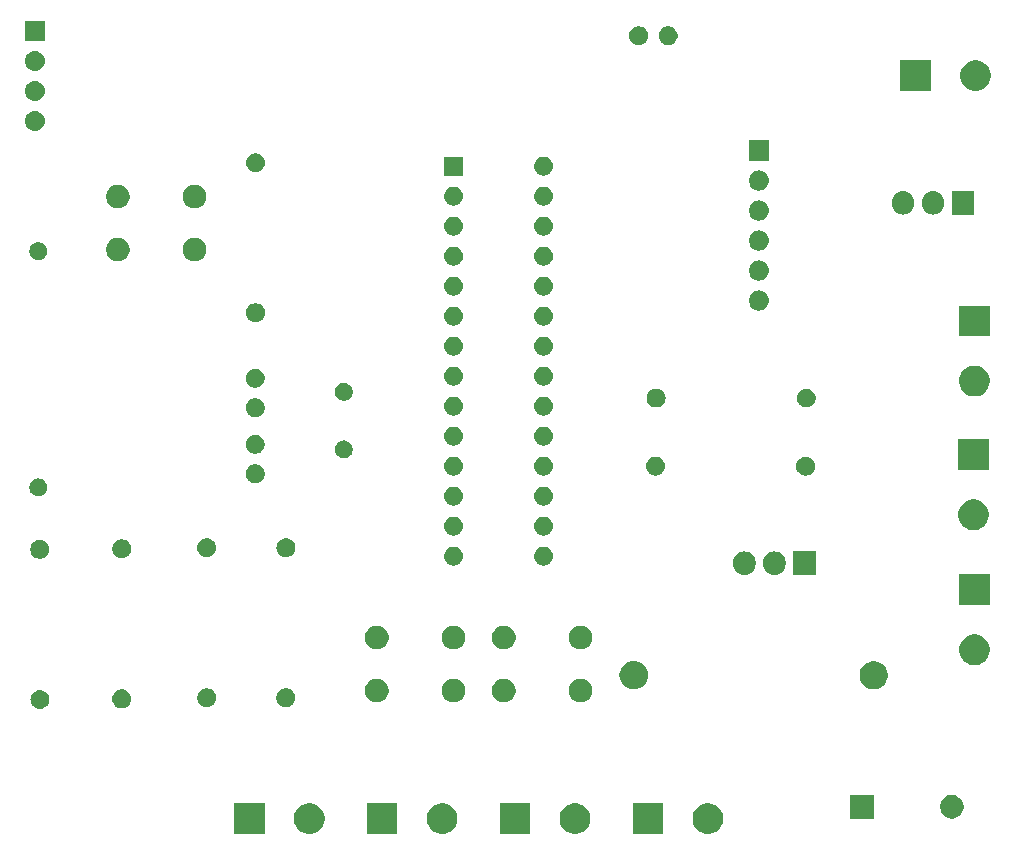
<source format=gbr>
G04 #@! TF.GenerationSoftware,KiCad,Pcbnew,(5.0.2)-1*
G04 #@! TF.CreationDate,2019-02-17T16:43:36+01:00*
G04 #@! TF.ProjectId,_saved_lasergame vs,5f736176-6564-45f6-9c61-73657267616d,rev?*
G04 #@! TF.SameCoordinates,Original*
G04 #@! TF.FileFunction,Soldermask,Bot*
G04 #@! TF.FilePolarity,Negative*
%FSLAX46Y46*%
G04 Gerber Fmt 4.6, Leading zero omitted, Abs format (unit mm)*
G04 Created by KiCad (PCBNEW (5.0.2)-1) date 17/02/2019 16:43:36*
%MOMM*%
%LPD*%
G01*
G04 APERTURE LIST*
%ADD10C,0.100000*%
G04 APERTURE END LIST*
D10*
G36*
X167359196Y-132499958D02*
X167595780Y-132597954D01*
X167808705Y-132740226D01*
X167989774Y-132921295D01*
X168132046Y-133134220D01*
X168230042Y-133370804D01*
X168280000Y-133621960D01*
X168280000Y-133878040D01*
X168230042Y-134129196D01*
X168132046Y-134365780D01*
X167989774Y-134578705D01*
X167808705Y-134759774D01*
X167595780Y-134902046D01*
X167359196Y-135000042D01*
X167108040Y-135050000D01*
X166851960Y-135050000D01*
X166600804Y-135000042D01*
X166364220Y-134902046D01*
X166151295Y-134759774D01*
X165970226Y-134578705D01*
X165827954Y-134365780D01*
X165729958Y-134129196D01*
X165680000Y-133878040D01*
X165680000Y-133621960D01*
X165729958Y-133370804D01*
X165827954Y-133134220D01*
X165970226Y-132921295D01*
X166151295Y-132740226D01*
X166364220Y-132597954D01*
X166600804Y-132499958D01*
X166851960Y-132450000D01*
X167108040Y-132450000D01*
X167359196Y-132499958D01*
X167359196Y-132499958D01*
G37*
G36*
X156109196Y-132499958D02*
X156345780Y-132597954D01*
X156558705Y-132740226D01*
X156739774Y-132921295D01*
X156882046Y-133134220D01*
X156980042Y-133370804D01*
X157030000Y-133621960D01*
X157030000Y-133878040D01*
X156980042Y-134129196D01*
X156882046Y-134365780D01*
X156739774Y-134578705D01*
X156558705Y-134759774D01*
X156345780Y-134902046D01*
X156109196Y-135000042D01*
X155858040Y-135050000D01*
X155601960Y-135050000D01*
X155350804Y-135000042D01*
X155114220Y-134902046D01*
X154901295Y-134759774D01*
X154720226Y-134578705D01*
X154577954Y-134365780D01*
X154479958Y-134129196D01*
X154430000Y-133878040D01*
X154430000Y-133621960D01*
X154479958Y-133370804D01*
X154577954Y-133134220D01*
X154720226Y-132921295D01*
X154901295Y-132740226D01*
X155114220Y-132597954D01*
X155350804Y-132499958D01*
X155601960Y-132450000D01*
X155858040Y-132450000D01*
X156109196Y-132499958D01*
X156109196Y-132499958D01*
G37*
G36*
X151950000Y-135050000D02*
X149350000Y-135050000D01*
X149350000Y-132450000D01*
X151950000Y-132450000D01*
X151950000Y-135050000D01*
X151950000Y-135050000D01*
G37*
G36*
X163200000Y-135050000D02*
X160600000Y-135050000D01*
X160600000Y-132450000D01*
X163200000Y-132450000D01*
X163200000Y-135050000D01*
X163200000Y-135050000D01*
G37*
G36*
X133609196Y-132499958D02*
X133845780Y-132597954D01*
X134058705Y-132740226D01*
X134239774Y-132921295D01*
X134382046Y-133134220D01*
X134480042Y-133370804D01*
X134530000Y-133621960D01*
X134530000Y-133878040D01*
X134480042Y-134129196D01*
X134382046Y-134365780D01*
X134239774Y-134578705D01*
X134058705Y-134759774D01*
X133845780Y-134902046D01*
X133609196Y-135000042D01*
X133358040Y-135050000D01*
X133101960Y-135050000D01*
X132850804Y-135000042D01*
X132614220Y-134902046D01*
X132401295Y-134759774D01*
X132220226Y-134578705D01*
X132077954Y-134365780D01*
X131979958Y-134129196D01*
X131930000Y-133878040D01*
X131930000Y-133621960D01*
X131979958Y-133370804D01*
X132077954Y-133134220D01*
X132220226Y-132921295D01*
X132401295Y-132740226D01*
X132614220Y-132597954D01*
X132850804Y-132499958D01*
X133101960Y-132450000D01*
X133358040Y-132450000D01*
X133609196Y-132499958D01*
X133609196Y-132499958D01*
G37*
G36*
X144859196Y-132499958D02*
X145095780Y-132597954D01*
X145308705Y-132740226D01*
X145489774Y-132921295D01*
X145632046Y-133134220D01*
X145730042Y-133370804D01*
X145780000Y-133621960D01*
X145780000Y-133878040D01*
X145730042Y-134129196D01*
X145632046Y-134365780D01*
X145489774Y-134578705D01*
X145308705Y-134759774D01*
X145095780Y-134902046D01*
X144859196Y-135000042D01*
X144608040Y-135050000D01*
X144351960Y-135050000D01*
X144100804Y-135000042D01*
X143864220Y-134902046D01*
X143651295Y-134759774D01*
X143470226Y-134578705D01*
X143327954Y-134365780D01*
X143229958Y-134129196D01*
X143180000Y-133878040D01*
X143180000Y-133621960D01*
X143229958Y-133370804D01*
X143327954Y-133134220D01*
X143470226Y-132921295D01*
X143651295Y-132740226D01*
X143864220Y-132597954D01*
X144100804Y-132499958D01*
X144351960Y-132450000D01*
X144608040Y-132450000D01*
X144859196Y-132499958D01*
X144859196Y-132499958D01*
G37*
G36*
X129450000Y-135050000D02*
X126850000Y-135050000D01*
X126850000Y-132450000D01*
X129450000Y-132450000D01*
X129450000Y-135050000D01*
X129450000Y-135050000D01*
G37*
G36*
X140700000Y-135050000D02*
X138100000Y-135050000D01*
X138100000Y-132450000D01*
X140700000Y-132450000D01*
X140700000Y-135050000D01*
X140700000Y-135050000D01*
G37*
G36*
X181040000Y-133740000D02*
X179040000Y-133740000D01*
X179040000Y-131740000D01*
X181040000Y-131740000D01*
X181040000Y-133740000D01*
X181040000Y-133740000D01*
G37*
G36*
X187815770Y-131755372D02*
X187931689Y-131778429D01*
X188113678Y-131853811D01*
X188277463Y-131963249D01*
X188416751Y-132102537D01*
X188526189Y-132266322D01*
X188601571Y-132448311D01*
X188611844Y-132499958D01*
X188631337Y-132597954D01*
X188640000Y-132641509D01*
X188640000Y-132838491D01*
X188601571Y-133031689D01*
X188526189Y-133213678D01*
X188416751Y-133377463D01*
X188277463Y-133516751D01*
X188113678Y-133626189D01*
X187931689Y-133701571D01*
X187815770Y-133724628D01*
X187738493Y-133740000D01*
X187541507Y-133740000D01*
X187464230Y-133724628D01*
X187348311Y-133701571D01*
X187166322Y-133626189D01*
X187002537Y-133516751D01*
X186863249Y-133377463D01*
X186753811Y-133213678D01*
X186678429Y-133031689D01*
X186640000Y-132838491D01*
X186640000Y-132641509D01*
X186648664Y-132597954D01*
X186668156Y-132499958D01*
X186678429Y-132448311D01*
X186753811Y-132266322D01*
X186863249Y-132102537D01*
X187002537Y-131963249D01*
X187166322Y-131853811D01*
X187348311Y-131778429D01*
X187464230Y-131755372D01*
X187541507Y-131740000D01*
X187738493Y-131740000D01*
X187815770Y-131755372D01*
X187815770Y-131755372D01*
G37*
G36*
X110533625Y-122857321D02*
X110576827Y-122861576D01*
X110632944Y-122878599D01*
X110727629Y-122907321D01*
X110866608Y-122981608D01*
X110988422Y-123081578D01*
X111088392Y-123203392D01*
X111162679Y-123342371D01*
X111162679Y-123342372D01*
X111208424Y-123493173D01*
X111223870Y-123650000D01*
X111208424Y-123806827D01*
X111186548Y-123878941D01*
X111162679Y-123957629D01*
X111088392Y-124096608D01*
X110988422Y-124218422D01*
X110866608Y-124318392D01*
X110727629Y-124392679D01*
X110652228Y-124415551D01*
X110576827Y-124438424D01*
X110537649Y-124442283D01*
X110459295Y-124450000D01*
X110380705Y-124450000D01*
X110302351Y-124442283D01*
X110263173Y-124438424D01*
X110187772Y-124415551D01*
X110112371Y-124392679D01*
X109973392Y-124318392D01*
X109851578Y-124218422D01*
X109751608Y-124096608D01*
X109677321Y-123957629D01*
X109653452Y-123878941D01*
X109631576Y-123806827D01*
X109616130Y-123650000D01*
X109631576Y-123493173D01*
X109677321Y-123342372D01*
X109677321Y-123342371D01*
X109751608Y-123203392D01*
X109851578Y-123081578D01*
X109973392Y-122981608D01*
X110112371Y-122907321D01*
X110207056Y-122878599D01*
X110263173Y-122861576D01*
X110306375Y-122857321D01*
X110380705Y-122850000D01*
X110459295Y-122850000D01*
X110533625Y-122857321D01*
X110533625Y-122857321D01*
G37*
G36*
X117467649Y-122807717D02*
X117506827Y-122811576D01*
X117582227Y-122834448D01*
X117657629Y-122857321D01*
X117796608Y-122931608D01*
X117918422Y-123031578D01*
X118018392Y-123153392D01*
X118092679Y-123292371D01*
X118092679Y-123292372D01*
X118138424Y-123443173D01*
X118153870Y-123600000D01*
X118138424Y-123756826D01*
X118092679Y-123907629D01*
X118018392Y-124046608D01*
X117918422Y-124168422D01*
X117796608Y-124268392D01*
X117657629Y-124342679D01*
X117582227Y-124365552D01*
X117506827Y-124388424D01*
X117467649Y-124392283D01*
X117389295Y-124400000D01*
X117310705Y-124400000D01*
X117232351Y-124392283D01*
X117193173Y-124388424D01*
X117117773Y-124365552D01*
X117042371Y-124342679D01*
X116903392Y-124268392D01*
X116781578Y-124168422D01*
X116681608Y-124046608D01*
X116607321Y-123907629D01*
X116561576Y-123756826D01*
X116546130Y-123600000D01*
X116561576Y-123443173D01*
X116607321Y-123292372D01*
X116607321Y-123292371D01*
X116681608Y-123153392D01*
X116781578Y-123031578D01*
X116903392Y-122931608D01*
X117042371Y-122857321D01*
X117117773Y-122834448D01*
X117193173Y-122811576D01*
X117232351Y-122807717D01*
X117310705Y-122800000D01*
X117389295Y-122800000D01*
X117467649Y-122807717D01*
X117467649Y-122807717D01*
G37*
G36*
X124783352Y-122730743D02*
X124928941Y-122791048D01*
X125059973Y-122878601D01*
X125171399Y-122990027D01*
X125258952Y-123121059D01*
X125319257Y-123266648D01*
X125350000Y-123421205D01*
X125350000Y-123578795D01*
X125319257Y-123733352D01*
X125258952Y-123878941D01*
X125171399Y-124009973D01*
X125059973Y-124121399D01*
X124928941Y-124208952D01*
X124783352Y-124269257D01*
X124628795Y-124300000D01*
X124471205Y-124300000D01*
X124316648Y-124269257D01*
X124171059Y-124208952D01*
X124040027Y-124121399D01*
X123928601Y-124009973D01*
X123841048Y-123878941D01*
X123780743Y-123733352D01*
X123750000Y-123578795D01*
X123750000Y-123421205D01*
X123780743Y-123266648D01*
X123841048Y-123121059D01*
X123928601Y-122990027D01*
X124040027Y-122878601D01*
X124171059Y-122791048D01*
X124316648Y-122730743D01*
X124471205Y-122700000D01*
X124628795Y-122700000D01*
X124783352Y-122730743D01*
X124783352Y-122730743D01*
G37*
G36*
X131483352Y-122730743D02*
X131628941Y-122791048D01*
X131759973Y-122878601D01*
X131871399Y-122990027D01*
X131958952Y-123121059D01*
X132019257Y-123266648D01*
X132050000Y-123421205D01*
X132050000Y-123578795D01*
X132019257Y-123733352D01*
X131958952Y-123878941D01*
X131871399Y-124009973D01*
X131759973Y-124121399D01*
X131628941Y-124208952D01*
X131483352Y-124269257D01*
X131328795Y-124300000D01*
X131171205Y-124300000D01*
X131016648Y-124269257D01*
X130871059Y-124208952D01*
X130740027Y-124121399D01*
X130628601Y-124009973D01*
X130541048Y-123878941D01*
X130480743Y-123733352D01*
X130450000Y-123578795D01*
X130450000Y-123421205D01*
X130480743Y-123266648D01*
X130541048Y-123121059D01*
X130628601Y-122990027D01*
X130740027Y-122878601D01*
X130871059Y-122791048D01*
X131016648Y-122730743D01*
X131171205Y-122700000D01*
X131328795Y-122700000D01*
X131483352Y-122730743D01*
X131483352Y-122730743D01*
G37*
G36*
X156375770Y-121915372D02*
X156491689Y-121938429D01*
X156673678Y-122013811D01*
X156837463Y-122123249D01*
X156976751Y-122262537D01*
X157086189Y-122426322D01*
X157161571Y-122608311D01*
X157172534Y-122663426D01*
X157197920Y-122791049D01*
X157200000Y-122801509D01*
X157200000Y-122998491D01*
X157161571Y-123191689D01*
X157086189Y-123373678D01*
X156976751Y-123537463D01*
X156837463Y-123676751D01*
X156673678Y-123786189D01*
X156491689Y-123861571D01*
X156375770Y-123884628D01*
X156298493Y-123900000D01*
X156101507Y-123900000D01*
X156024230Y-123884628D01*
X155908311Y-123861571D01*
X155726322Y-123786189D01*
X155562537Y-123676751D01*
X155423249Y-123537463D01*
X155313811Y-123373678D01*
X155238429Y-123191689D01*
X155200000Y-122998491D01*
X155200000Y-122801509D01*
X155202081Y-122791049D01*
X155227466Y-122663426D01*
X155238429Y-122608311D01*
X155313811Y-122426322D01*
X155423249Y-122262537D01*
X155562537Y-122123249D01*
X155726322Y-122013811D01*
X155908311Y-121938429D01*
X156024230Y-121915372D01*
X156101507Y-121900000D01*
X156298493Y-121900000D01*
X156375770Y-121915372D01*
X156375770Y-121915372D01*
G37*
G36*
X149875770Y-121915372D02*
X149991689Y-121938429D01*
X150173678Y-122013811D01*
X150337463Y-122123249D01*
X150476751Y-122262537D01*
X150586189Y-122426322D01*
X150661571Y-122608311D01*
X150672534Y-122663426D01*
X150697920Y-122791049D01*
X150700000Y-122801509D01*
X150700000Y-122998491D01*
X150661571Y-123191689D01*
X150586189Y-123373678D01*
X150476751Y-123537463D01*
X150337463Y-123676751D01*
X150173678Y-123786189D01*
X149991689Y-123861571D01*
X149875770Y-123884628D01*
X149798493Y-123900000D01*
X149601507Y-123900000D01*
X149524230Y-123884628D01*
X149408311Y-123861571D01*
X149226322Y-123786189D01*
X149062537Y-123676751D01*
X148923249Y-123537463D01*
X148813811Y-123373678D01*
X148738429Y-123191689D01*
X148700000Y-122998491D01*
X148700000Y-122801509D01*
X148702081Y-122791049D01*
X148727466Y-122663426D01*
X148738429Y-122608311D01*
X148813811Y-122426322D01*
X148923249Y-122262537D01*
X149062537Y-122123249D01*
X149226322Y-122013811D01*
X149408311Y-121938429D01*
X149524230Y-121915372D01*
X149601507Y-121900000D01*
X149798493Y-121900000D01*
X149875770Y-121915372D01*
X149875770Y-121915372D01*
G37*
G36*
X145625770Y-121915372D02*
X145741689Y-121938429D01*
X145923678Y-122013811D01*
X146087463Y-122123249D01*
X146226751Y-122262537D01*
X146336189Y-122426322D01*
X146411571Y-122608311D01*
X146422534Y-122663426D01*
X146447920Y-122791049D01*
X146450000Y-122801509D01*
X146450000Y-122998491D01*
X146411571Y-123191689D01*
X146336189Y-123373678D01*
X146226751Y-123537463D01*
X146087463Y-123676751D01*
X145923678Y-123786189D01*
X145741689Y-123861571D01*
X145625770Y-123884628D01*
X145548493Y-123900000D01*
X145351507Y-123900000D01*
X145274230Y-123884628D01*
X145158311Y-123861571D01*
X144976322Y-123786189D01*
X144812537Y-123676751D01*
X144673249Y-123537463D01*
X144563811Y-123373678D01*
X144488429Y-123191689D01*
X144450000Y-122998491D01*
X144450000Y-122801509D01*
X144452081Y-122791049D01*
X144477466Y-122663426D01*
X144488429Y-122608311D01*
X144563811Y-122426322D01*
X144673249Y-122262537D01*
X144812537Y-122123249D01*
X144976322Y-122013811D01*
X145158311Y-121938429D01*
X145274230Y-121915372D01*
X145351507Y-121900000D01*
X145548493Y-121900000D01*
X145625770Y-121915372D01*
X145625770Y-121915372D01*
G37*
G36*
X139125770Y-121915372D02*
X139241689Y-121938429D01*
X139423678Y-122013811D01*
X139587463Y-122123249D01*
X139726751Y-122262537D01*
X139836189Y-122426322D01*
X139911571Y-122608311D01*
X139922534Y-122663426D01*
X139947920Y-122791049D01*
X139950000Y-122801509D01*
X139950000Y-122998491D01*
X139911571Y-123191689D01*
X139836189Y-123373678D01*
X139726751Y-123537463D01*
X139587463Y-123676751D01*
X139423678Y-123786189D01*
X139241689Y-123861571D01*
X139125770Y-123884628D01*
X139048493Y-123900000D01*
X138851507Y-123900000D01*
X138774230Y-123884628D01*
X138658311Y-123861571D01*
X138476322Y-123786189D01*
X138312537Y-123676751D01*
X138173249Y-123537463D01*
X138063811Y-123373678D01*
X137988429Y-123191689D01*
X137950000Y-122998491D01*
X137950000Y-122801509D01*
X137952081Y-122791049D01*
X137977466Y-122663426D01*
X137988429Y-122608311D01*
X138063811Y-122426322D01*
X138173249Y-122262537D01*
X138312537Y-122123249D01*
X138476322Y-122013811D01*
X138658311Y-121938429D01*
X138774230Y-121915372D01*
X138851507Y-121900000D01*
X139048493Y-121900000D01*
X139125770Y-121915372D01*
X139125770Y-121915372D01*
G37*
G36*
X160794208Y-120403473D02*
X160935241Y-120417363D01*
X161161442Y-120485981D01*
X161161444Y-120485982D01*
X161161447Y-120485983D01*
X161369910Y-120597408D01*
X161552634Y-120747366D01*
X161702592Y-120930090D01*
X161814017Y-121138553D01*
X161814018Y-121138556D01*
X161814019Y-121138558D01*
X161882637Y-121364759D01*
X161905806Y-121600000D01*
X161882637Y-121835241D01*
X161814019Y-122061442D01*
X161814017Y-122061447D01*
X161702592Y-122269910D01*
X161552634Y-122452634D01*
X161369910Y-122602592D01*
X161161447Y-122714017D01*
X161161444Y-122714018D01*
X161161442Y-122714019D01*
X160935241Y-122782637D01*
X160794208Y-122796527D01*
X160758951Y-122800000D01*
X160641049Y-122800000D01*
X160605792Y-122796527D01*
X160464759Y-122782637D01*
X160238558Y-122714019D01*
X160238556Y-122714018D01*
X160238553Y-122714017D01*
X160030090Y-122602592D01*
X159847366Y-122452634D01*
X159697408Y-122269910D01*
X159585983Y-122061447D01*
X159585981Y-122061442D01*
X159517363Y-121835241D01*
X159494194Y-121600000D01*
X159517363Y-121364759D01*
X159585981Y-121138558D01*
X159585982Y-121138556D01*
X159585983Y-121138553D01*
X159697408Y-120930090D01*
X159847366Y-120747366D01*
X160030090Y-120597408D01*
X160238553Y-120485983D01*
X160238556Y-120485982D01*
X160238558Y-120485981D01*
X160464759Y-120417363D01*
X160605792Y-120403473D01*
X160641049Y-120400000D01*
X160758951Y-120400000D01*
X160794208Y-120403473D01*
X160794208Y-120403473D01*
G37*
G36*
X181370026Y-120446115D02*
X181588412Y-120536573D01*
X181784958Y-120667901D01*
X181952099Y-120835042D01*
X182083427Y-121031588D01*
X182173885Y-121249974D01*
X182220000Y-121481809D01*
X182220000Y-121718191D01*
X182173885Y-121950026D01*
X182083427Y-122168412D01*
X181952099Y-122364958D01*
X181784958Y-122532099D01*
X181588412Y-122663427D01*
X181370026Y-122753885D01*
X181138191Y-122800000D01*
X180901809Y-122800000D01*
X180669974Y-122753885D01*
X180451588Y-122663427D01*
X180255042Y-122532099D01*
X180087901Y-122364958D01*
X179956573Y-122168412D01*
X179866115Y-121950026D01*
X179820000Y-121718191D01*
X179820000Y-121481809D01*
X179866115Y-121249974D01*
X179956573Y-121031588D01*
X180087901Y-120835042D01*
X180255042Y-120667901D01*
X180451588Y-120536573D01*
X180669974Y-120446115D01*
X180901809Y-120400000D01*
X181138191Y-120400000D01*
X181370026Y-120446115D01*
X181370026Y-120446115D01*
G37*
G36*
X189929196Y-118199958D02*
X190165780Y-118297954D01*
X190378705Y-118440226D01*
X190559774Y-118621295D01*
X190702046Y-118834220D01*
X190800042Y-119070804D01*
X190850000Y-119321960D01*
X190850000Y-119578040D01*
X190800042Y-119829196D01*
X190702046Y-120065780D01*
X190559774Y-120278705D01*
X190378705Y-120459774D01*
X190165780Y-120602046D01*
X189929196Y-120700042D01*
X189678040Y-120750000D01*
X189421960Y-120750000D01*
X189170804Y-120700042D01*
X188934220Y-120602046D01*
X188721295Y-120459774D01*
X188540226Y-120278705D01*
X188397954Y-120065780D01*
X188299958Y-119829196D01*
X188250000Y-119578040D01*
X188250000Y-119321960D01*
X188299958Y-119070804D01*
X188397954Y-118834220D01*
X188540226Y-118621295D01*
X188721295Y-118440226D01*
X188934220Y-118297954D01*
X189170804Y-118199958D01*
X189421960Y-118150000D01*
X189678040Y-118150000D01*
X189929196Y-118199958D01*
X189929196Y-118199958D01*
G37*
G36*
X139125770Y-117415372D02*
X139241689Y-117438429D01*
X139423678Y-117513811D01*
X139587463Y-117623249D01*
X139726751Y-117762537D01*
X139836189Y-117926322D01*
X139911571Y-118108311D01*
X139950000Y-118301509D01*
X139950000Y-118498491D01*
X139911571Y-118691689D01*
X139836189Y-118873678D01*
X139726751Y-119037463D01*
X139587463Y-119176751D01*
X139423678Y-119286189D01*
X139241689Y-119361571D01*
X139125770Y-119384628D01*
X139048493Y-119400000D01*
X138851507Y-119400000D01*
X138774230Y-119384628D01*
X138658311Y-119361571D01*
X138476322Y-119286189D01*
X138312537Y-119176751D01*
X138173249Y-119037463D01*
X138063811Y-118873678D01*
X137988429Y-118691689D01*
X137950000Y-118498491D01*
X137950000Y-118301509D01*
X137988429Y-118108311D01*
X138063811Y-117926322D01*
X138173249Y-117762537D01*
X138312537Y-117623249D01*
X138476322Y-117513811D01*
X138658311Y-117438429D01*
X138774230Y-117415372D01*
X138851507Y-117400000D01*
X139048493Y-117400000D01*
X139125770Y-117415372D01*
X139125770Y-117415372D01*
G37*
G36*
X149875770Y-117415372D02*
X149991689Y-117438429D01*
X150173678Y-117513811D01*
X150337463Y-117623249D01*
X150476751Y-117762537D01*
X150586189Y-117926322D01*
X150661571Y-118108311D01*
X150700000Y-118301509D01*
X150700000Y-118498491D01*
X150661571Y-118691689D01*
X150586189Y-118873678D01*
X150476751Y-119037463D01*
X150337463Y-119176751D01*
X150173678Y-119286189D01*
X149991689Y-119361571D01*
X149875770Y-119384628D01*
X149798493Y-119400000D01*
X149601507Y-119400000D01*
X149524230Y-119384628D01*
X149408311Y-119361571D01*
X149226322Y-119286189D01*
X149062537Y-119176751D01*
X148923249Y-119037463D01*
X148813811Y-118873678D01*
X148738429Y-118691689D01*
X148700000Y-118498491D01*
X148700000Y-118301509D01*
X148738429Y-118108311D01*
X148813811Y-117926322D01*
X148923249Y-117762537D01*
X149062537Y-117623249D01*
X149226322Y-117513811D01*
X149408311Y-117438429D01*
X149524230Y-117415372D01*
X149601507Y-117400000D01*
X149798493Y-117400000D01*
X149875770Y-117415372D01*
X149875770Y-117415372D01*
G37*
G36*
X156375770Y-117415372D02*
X156491689Y-117438429D01*
X156673678Y-117513811D01*
X156837463Y-117623249D01*
X156976751Y-117762537D01*
X157086189Y-117926322D01*
X157161571Y-118108311D01*
X157200000Y-118301509D01*
X157200000Y-118498491D01*
X157161571Y-118691689D01*
X157086189Y-118873678D01*
X156976751Y-119037463D01*
X156837463Y-119176751D01*
X156673678Y-119286189D01*
X156491689Y-119361571D01*
X156375770Y-119384628D01*
X156298493Y-119400000D01*
X156101507Y-119400000D01*
X156024230Y-119384628D01*
X155908311Y-119361571D01*
X155726322Y-119286189D01*
X155562537Y-119176751D01*
X155423249Y-119037463D01*
X155313811Y-118873678D01*
X155238429Y-118691689D01*
X155200000Y-118498491D01*
X155200000Y-118301509D01*
X155238429Y-118108311D01*
X155313811Y-117926322D01*
X155423249Y-117762537D01*
X155562537Y-117623249D01*
X155726322Y-117513811D01*
X155908311Y-117438429D01*
X156024230Y-117415372D01*
X156101507Y-117400000D01*
X156298493Y-117400000D01*
X156375770Y-117415372D01*
X156375770Y-117415372D01*
G37*
G36*
X145625770Y-117415372D02*
X145741689Y-117438429D01*
X145923678Y-117513811D01*
X146087463Y-117623249D01*
X146226751Y-117762537D01*
X146336189Y-117926322D01*
X146411571Y-118108311D01*
X146450000Y-118301509D01*
X146450000Y-118498491D01*
X146411571Y-118691689D01*
X146336189Y-118873678D01*
X146226751Y-119037463D01*
X146087463Y-119176751D01*
X145923678Y-119286189D01*
X145741689Y-119361571D01*
X145625770Y-119384628D01*
X145548493Y-119400000D01*
X145351507Y-119400000D01*
X145274230Y-119384628D01*
X145158311Y-119361571D01*
X144976322Y-119286189D01*
X144812537Y-119176751D01*
X144673249Y-119037463D01*
X144563811Y-118873678D01*
X144488429Y-118691689D01*
X144450000Y-118498491D01*
X144450000Y-118301509D01*
X144488429Y-118108311D01*
X144563811Y-117926322D01*
X144673249Y-117762537D01*
X144812537Y-117623249D01*
X144976322Y-117513811D01*
X145158311Y-117438429D01*
X145274230Y-117415372D01*
X145351507Y-117400000D01*
X145548493Y-117400000D01*
X145625770Y-117415372D01*
X145625770Y-117415372D01*
G37*
G36*
X190850000Y-115670000D02*
X188250000Y-115670000D01*
X188250000Y-113070000D01*
X190850000Y-113070000D01*
X190850000Y-115670000D01*
X190850000Y-115670000D01*
G37*
G36*
X170256724Y-111133782D02*
X170436269Y-111188247D01*
X170601741Y-111276693D01*
X170746778Y-111395722D01*
X170865807Y-111540759D01*
X170954253Y-111706232D01*
X171008718Y-111885777D01*
X171022500Y-112025712D01*
X171022500Y-112214289D01*
X171008718Y-112354224D01*
X170954253Y-112533769D01*
X170865807Y-112699241D01*
X170746778Y-112844278D01*
X170601741Y-112963307D01*
X170436268Y-113051753D01*
X170256723Y-113106218D01*
X170070000Y-113124608D01*
X169883276Y-113106218D01*
X169703731Y-113051753D01*
X169538259Y-112963307D01*
X169393222Y-112844278D01*
X169274193Y-112699241D01*
X169185747Y-112533768D01*
X169131282Y-112354223D01*
X169117500Y-112214288D01*
X169117500Y-112025711D01*
X169131282Y-111885776D01*
X169185747Y-111706231D01*
X169274193Y-111540759D01*
X169393219Y-111395725D01*
X169393221Y-111395724D01*
X169393222Y-111395722D01*
X169538259Y-111276694D01*
X169538263Y-111276692D01*
X169538264Y-111276691D01*
X169703732Y-111188247D01*
X169883277Y-111133782D01*
X170070000Y-111115392D01*
X170256724Y-111133782D01*
X170256724Y-111133782D01*
G37*
G36*
X172796724Y-111133782D02*
X172976269Y-111188247D01*
X173141741Y-111276693D01*
X173286778Y-111395722D01*
X173405807Y-111540759D01*
X173494253Y-111706232D01*
X173548718Y-111885777D01*
X173562500Y-112025712D01*
X173562500Y-112214289D01*
X173548718Y-112354224D01*
X173494253Y-112533769D01*
X173405807Y-112699241D01*
X173286778Y-112844278D01*
X173141741Y-112963307D01*
X172976268Y-113051753D01*
X172796723Y-113106218D01*
X172610000Y-113124608D01*
X172423276Y-113106218D01*
X172243731Y-113051753D01*
X172078259Y-112963307D01*
X171933222Y-112844278D01*
X171814193Y-112699241D01*
X171725747Y-112533768D01*
X171671282Y-112354223D01*
X171657500Y-112214288D01*
X171657500Y-112025711D01*
X171671282Y-111885776D01*
X171725747Y-111706231D01*
X171814193Y-111540759D01*
X171933219Y-111395725D01*
X171933221Y-111395724D01*
X171933222Y-111395722D01*
X172078259Y-111276694D01*
X172078263Y-111276692D01*
X172078264Y-111276691D01*
X172243732Y-111188247D01*
X172423277Y-111133782D01*
X172610000Y-111115392D01*
X172796724Y-111133782D01*
X172796724Y-111133782D01*
G37*
G36*
X176102500Y-113120000D02*
X174197500Y-113120000D01*
X174197500Y-111120000D01*
X176102500Y-111120000D01*
X176102500Y-113120000D01*
X176102500Y-113120000D01*
G37*
G36*
X153187649Y-110727717D02*
X153226827Y-110731576D01*
X153302228Y-110754449D01*
X153377629Y-110777321D01*
X153516608Y-110851608D01*
X153638422Y-110951578D01*
X153738392Y-111073392D01*
X153812679Y-111212371D01*
X153832873Y-111278942D01*
X153858424Y-111363173D01*
X153873870Y-111520000D01*
X153858424Y-111676827D01*
X153849504Y-111706231D01*
X153812679Y-111827629D01*
X153738392Y-111966608D01*
X153638422Y-112088422D01*
X153516608Y-112188392D01*
X153377629Y-112262679D01*
X153302228Y-112285551D01*
X153226827Y-112308424D01*
X153187649Y-112312283D01*
X153109295Y-112320000D01*
X153030705Y-112320000D01*
X152952351Y-112312283D01*
X152913173Y-112308424D01*
X152837772Y-112285551D01*
X152762371Y-112262679D01*
X152623392Y-112188392D01*
X152501578Y-112088422D01*
X152401608Y-111966608D01*
X152327321Y-111827629D01*
X152290496Y-111706231D01*
X152281576Y-111676827D01*
X152266130Y-111520000D01*
X152281576Y-111363173D01*
X152307127Y-111278942D01*
X152327321Y-111212371D01*
X152401608Y-111073392D01*
X152501578Y-110951578D01*
X152623392Y-110851608D01*
X152762371Y-110777321D01*
X152837772Y-110754449D01*
X152913173Y-110731576D01*
X152952351Y-110727717D01*
X153030705Y-110720000D01*
X153109295Y-110720000D01*
X153187649Y-110727717D01*
X153187649Y-110727717D01*
G37*
G36*
X145567649Y-110727717D02*
X145606827Y-110731576D01*
X145682228Y-110754449D01*
X145757629Y-110777321D01*
X145896608Y-110851608D01*
X146018422Y-110951578D01*
X146118392Y-111073392D01*
X146192679Y-111212371D01*
X146212873Y-111278942D01*
X146238424Y-111363173D01*
X146253870Y-111520000D01*
X146238424Y-111676827D01*
X146229504Y-111706231D01*
X146192679Y-111827629D01*
X146118392Y-111966608D01*
X146018422Y-112088422D01*
X145896608Y-112188392D01*
X145757629Y-112262679D01*
X145682228Y-112285551D01*
X145606827Y-112308424D01*
X145567649Y-112312283D01*
X145489295Y-112320000D01*
X145410705Y-112320000D01*
X145332351Y-112312283D01*
X145293173Y-112308424D01*
X145217772Y-112285551D01*
X145142371Y-112262679D01*
X145003392Y-112188392D01*
X144881578Y-112088422D01*
X144781608Y-111966608D01*
X144707321Y-111827629D01*
X144670496Y-111706231D01*
X144661576Y-111676827D01*
X144646130Y-111520000D01*
X144661576Y-111363173D01*
X144687127Y-111278942D01*
X144707321Y-111212371D01*
X144781608Y-111073392D01*
X144881578Y-110951578D01*
X145003392Y-110851608D01*
X145142371Y-110777321D01*
X145217772Y-110754449D01*
X145293173Y-110731576D01*
X145332351Y-110727717D01*
X145410705Y-110720000D01*
X145489295Y-110720000D01*
X145567649Y-110727717D01*
X145567649Y-110727717D01*
G37*
G36*
X110653352Y-110180743D02*
X110798941Y-110241048D01*
X110929973Y-110328601D01*
X111041399Y-110440027D01*
X111128952Y-110571059D01*
X111189257Y-110716648D01*
X111220000Y-110871205D01*
X111220000Y-111028795D01*
X111189257Y-111183352D01*
X111128952Y-111328941D01*
X111041399Y-111459973D01*
X110929973Y-111571399D01*
X110798941Y-111658952D01*
X110653352Y-111719257D01*
X110498795Y-111750000D01*
X110341205Y-111750000D01*
X110186648Y-111719257D01*
X110041059Y-111658952D01*
X109910027Y-111571399D01*
X109798601Y-111459973D01*
X109711048Y-111328941D01*
X109650743Y-111183352D01*
X109620000Y-111028795D01*
X109620000Y-110871205D01*
X109650743Y-110716648D01*
X109711048Y-110571059D01*
X109798601Y-110440027D01*
X109910027Y-110328601D01*
X110041059Y-110241048D01*
X110186648Y-110180743D01*
X110341205Y-110150000D01*
X110498795Y-110150000D01*
X110653352Y-110180743D01*
X110653352Y-110180743D01*
G37*
G36*
X117583352Y-110130743D02*
X117728941Y-110191048D01*
X117859973Y-110278601D01*
X117971399Y-110390027D01*
X118058952Y-110521059D01*
X118119257Y-110666648D01*
X118150000Y-110821205D01*
X118150000Y-110978795D01*
X118119257Y-111133352D01*
X118058952Y-111278941D01*
X117971399Y-111409973D01*
X117859973Y-111521399D01*
X117728941Y-111608952D01*
X117583352Y-111669257D01*
X117428795Y-111700000D01*
X117271205Y-111700000D01*
X117116648Y-111669257D01*
X116971059Y-111608952D01*
X116840027Y-111521399D01*
X116728601Y-111409973D01*
X116641048Y-111278941D01*
X116580743Y-111133352D01*
X116550000Y-110978795D01*
X116550000Y-110821205D01*
X116580743Y-110666648D01*
X116641048Y-110521059D01*
X116728601Y-110390027D01*
X116840027Y-110278601D01*
X116971059Y-110191048D01*
X117116648Y-110130743D01*
X117271205Y-110100000D01*
X117428795Y-110100000D01*
X117583352Y-110130743D01*
X117583352Y-110130743D01*
G37*
G36*
X124667649Y-110007717D02*
X124706827Y-110011576D01*
X124782227Y-110034448D01*
X124857629Y-110057321D01*
X124996608Y-110131608D01*
X125118422Y-110231578D01*
X125218392Y-110353392D01*
X125292679Y-110492371D01*
X125292679Y-110492372D01*
X125338424Y-110643173D01*
X125353870Y-110800000D01*
X125338424Y-110956827D01*
X125331760Y-110978795D01*
X125292679Y-111107629D01*
X125218392Y-111246608D01*
X125118422Y-111368422D01*
X124996608Y-111468392D01*
X124857629Y-111542679D01*
X124782227Y-111565552D01*
X124706827Y-111588424D01*
X124667649Y-111592283D01*
X124589295Y-111600000D01*
X124510705Y-111600000D01*
X124432351Y-111592283D01*
X124393173Y-111588424D01*
X124317773Y-111565552D01*
X124242371Y-111542679D01*
X124103392Y-111468392D01*
X123981578Y-111368422D01*
X123881608Y-111246608D01*
X123807321Y-111107629D01*
X123768240Y-110978795D01*
X123761576Y-110956827D01*
X123746130Y-110800000D01*
X123761576Y-110643173D01*
X123807321Y-110492372D01*
X123807321Y-110492371D01*
X123881608Y-110353392D01*
X123981578Y-110231578D01*
X124103392Y-110131608D01*
X124242371Y-110057321D01*
X124317773Y-110034448D01*
X124393173Y-110011576D01*
X124432351Y-110007717D01*
X124510705Y-110000000D01*
X124589295Y-110000000D01*
X124667649Y-110007717D01*
X124667649Y-110007717D01*
G37*
G36*
X131367649Y-110007717D02*
X131406827Y-110011576D01*
X131482227Y-110034448D01*
X131557629Y-110057321D01*
X131696608Y-110131608D01*
X131818422Y-110231578D01*
X131918392Y-110353392D01*
X131992679Y-110492371D01*
X131992679Y-110492372D01*
X132038424Y-110643173D01*
X132053870Y-110800000D01*
X132038424Y-110956827D01*
X132031760Y-110978795D01*
X131992679Y-111107629D01*
X131918392Y-111246608D01*
X131818422Y-111368422D01*
X131696608Y-111468392D01*
X131557629Y-111542679D01*
X131482227Y-111565552D01*
X131406827Y-111588424D01*
X131367649Y-111592283D01*
X131289295Y-111600000D01*
X131210705Y-111600000D01*
X131132351Y-111592283D01*
X131093173Y-111588424D01*
X131017773Y-111565552D01*
X130942371Y-111542679D01*
X130803392Y-111468392D01*
X130681578Y-111368422D01*
X130581608Y-111246608D01*
X130507321Y-111107629D01*
X130468240Y-110978795D01*
X130461576Y-110956827D01*
X130446130Y-110800000D01*
X130461576Y-110643173D01*
X130507321Y-110492372D01*
X130507321Y-110492371D01*
X130581608Y-110353392D01*
X130681578Y-110231578D01*
X130803392Y-110131608D01*
X130942371Y-110057321D01*
X131017773Y-110034448D01*
X131093173Y-110011576D01*
X131132351Y-110007717D01*
X131210705Y-110000000D01*
X131289295Y-110000000D01*
X131367649Y-110007717D01*
X131367649Y-110007717D01*
G37*
G36*
X153187649Y-108187717D02*
X153226827Y-108191576D01*
X153302228Y-108214449D01*
X153377629Y-108237321D01*
X153516608Y-108311608D01*
X153638422Y-108411578D01*
X153738392Y-108533392D01*
X153812679Y-108672371D01*
X153812679Y-108672372D01*
X153858424Y-108823173D01*
X153873870Y-108980000D01*
X153868968Y-109029776D01*
X153858424Y-109136826D01*
X153812679Y-109287629D01*
X153738392Y-109426608D01*
X153638422Y-109548422D01*
X153516608Y-109648392D01*
X153377629Y-109722679D01*
X153302228Y-109745551D01*
X153226827Y-109768424D01*
X153187649Y-109772283D01*
X153109295Y-109780000D01*
X153030705Y-109780000D01*
X152952351Y-109772283D01*
X152913173Y-109768424D01*
X152837772Y-109745551D01*
X152762371Y-109722679D01*
X152623392Y-109648392D01*
X152501578Y-109548422D01*
X152401608Y-109426608D01*
X152327321Y-109287629D01*
X152281576Y-109136826D01*
X152271033Y-109029776D01*
X152266130Y-108980000D01*
X152281576Y-108823173D01*
X152327321Y-108672372D01*
X152327321Y-108672371D01*
X152401608Y-108533392D01*
X152501578Y-108411578D01*
X152623392Y-108311608D01*
X152762371Y-108237321D01*
X152837772Y-108214449D01*
X152913173Y-108191576D01*
X152952351Y-108187717D01*
X153030705Y-108180000D01*
X153109295Y-108180000D01*
X153187649Y-108187717D01*
X153187649Y-108187717D01*
G37*
G36*
X145567649Y-108187717D02*
X145606827Y-108191576D01*
X145682228Y-108214449D01*
X145757629Y-108237321D01*
X145896608Y-108311608D01*
X146018422Y-108411578D01*
X146118392Y-108533392D01*
X146192679Y-108672371D01*
X146192679Y-108672372D01*
X146238424Y-108823173D01*
X146253870Y-108980000D01*
X146248968Y-109029776D01*
X146238424Y-109136826D01*
X146192679Y-109287629D01*
X146118392Y-109426608D01*
X146018422Y-109548422D01*
X145896608Y-109648392D01*
X145757629Y-109722679D01*
X145682228Y-109745551D01*
X145606827Y-109768424D01*
X145567649Y-109772283D01*
X145489295Y-109780000D01*
X145410705Y-109780000D01*
X145332351Y-109772283D01*
X145293173Y-109768424D01*
X145217772Y-109745551D01*
X145142371Y-109722679D01*
X145003392Y-109648392D01*
X144881578Y-109548422D01*
X144781608Y-109426608D01*
X144707321Y-109287629D01*
X144661576Y-109136826D01*
X144651033Y-109029776D01*
X144646130Y-108980000D01*
X144661576Y-108823173D01*
X144707321Y-108672372D01*
X144707321Y-108672371D01*
X144781608Y-108533392D01*
X144881578Y-108411578D01*
X145003392Y-108311608D01*
X145142371Y-108237321D01*
X145217772Y-108214449D01*
X145293173Y-108191576D01*
X145332351Y-108187717D01*
X145410705Y-108180000D01*
X145489295Y-108180000D01*
X145567649Y-108187717D01*
X145567649Y-108187717D01*
G37*
G36*
X189849196Y-106769958D02*
X190085780Y-106867954D01*
X190298705Y-107010226D01*
X190479774Y-107191295D01*
X190622046Y-107404220D01*
X190720042Y-107640804D01*
X190770000Y-107891960D01*
X190770000Y-108148040D01*
X190720042Y-108399196D01*
X190622046Y-108635780D01*
X190479774Y-108848705D01*
X190298705Y-109029774D01*
X190085780Y-109172046D01*
X189849196Y-109270042D01*
X189598040Y-109320000D01*
X189341960Y-109320000D01*
X189090804Y-109270042D01*
X188854220Y-109172046D01*
X188641295Y-109029774D01*
X188460226Y-108848705D01*
X188317954Y-108635780D01*
X188219958Y-108399196D01*
X188170000Y-108148040D01*
X188170000Y-107891960D01*
X188219958Y-107640804D01*
X188317954Y-107404220D01*
X188460226Y-107191295D01*
X188641295Y-107010226D01*
X188854220Y-106867954D01*
X189090804Y-106769958D01*
X189341960Y-106720000D01*
X189598040Y-106720000D01*
X189849196Y-106769958D01*
X189849196Y-106769958D01*
G37*
G36*
X153187649Y-105647717D02*
X153226827Y-105651576D01*
X153302228Y-105674449D01*
X153377629Y-105697321D01*
X153516608Y-105771608D01*
X153638422Y-105871578D01*
X153738392Y-105993392D01*
X153812679Y-106132371D01*
X153858424Y-106283174D01*
X153873870Y-106440000D01*
X153858424Y-106596826D01*
X153812679Y-106747629D01*
X153738392Y-106886608D01*
X153638422Y-107008422D01*
X153516608Y-107108392D01*
X153377629Y-107182679D01*
X153302227Y-107205552D01*
X153226827Y-107228424D01*
X153187649Y-107232283D01*
X153109295Y-107240000D01*
X153030705Y-107240000D01*
X152952351Y-107232283D01*
X152913173Y-107228424D01*
X152837773Y-107205552D01*
X152762371Y-107182679D01*
X152623392Y-107108392D01*
X152501578Y-107008422D01*
X152401608Y-106886608D01*
X152327321Y-106747629D01*
X152281576Y-106596826D01*
X152266130Y-106440000D01*
X152281576Y-106283174D01*
X152327321Y-106132371D01*
X152401608Y-105993392D01*
X152501578Y-105871578D01*
X152623392Y-105771608D01*
X152762371Y-105697321D01*
X152837772Y-105674449D01*
X152913173Y-105651576D01*
X152952351Y-105647717D01*
X153030705Y-105640000D01*
X153109295Y-105640000D01*
X153187649Y-105647717D01*
X153187649Y-105647717D01*
G37*
G36*
X145567649Y-105647717D02*
X145606827Y-105651576D01*
X145682228Y-105674449D01*
X145757629Y-105697321D01*
X145896608Y-105771608D01*
X146018422Y-105871578D01*
X146118392Y-105993392D01*
X146192679Y-106132371D01*
X146238424Y-106283174D01*
X146253870Y-106440000D01*
X146238424Y-106596826D01*
X146192679Y-106747629D01*
X146118392Y-106886608D01*
X146018422Y-107008422D01*
X145896608Y-107108392D01*
X145757629Y-107182679D01*
X145682227Y-107205552D01*
X145606827Y-107228424D01*
X145567649Y-107232283D01*
X145489295Y-107240000D01*
X145410705Y-107240000D01*
X145332351Y-107232283D01*
X145293173Y-107228424D01*
X145217773Y-107205552D01*
X145142371Y-107182679D01*
X145003392Y-107108392D01*
X144881578Y-107008422D01*
X144781608Y-106886608D01*
X144707321Y-106747629D01*
X144661576Y-106596826D01*
X144646130Y-106440000D01*
X144661576Y-106283174D01*
X144707321Y-106132371D01*
X144781608Y-105993392D01*
X144881578Y-105871578D01*
X145003392Y-105771608D01*
X145142371Y-105697321D01*
X145217772Y-105674449D01*
X145293173Y-105651576D01*
X145332351Y-105647717D01*
X145410705Y-105640000D01*
X145489295Y-105640000D01*
X145567649Y-105647717D01*
X145567649Y-105647717D01*
G37*
G36*
X110473195Y-104957522D02*
X110522267Y-104967283D01*
X110660942Y-105024724D01*
X110785750Y-105108118D01*
X110891882Y-105214250D01*
X110975276Y-105339058D01*
X111032717Y-105477734D01*
X111062000Y-105624948D01*
X111062000Y-105775052D01*
X111032717Y-105922266D01*
X110975276Y-106060942D01*
X110891882Y-106185750D01*
X110785750Y-106291882D01*
X110785747Y-106291884D01*
X110660942Y-106375276D01*
X110522267Y-106432717D01*
X110473195Y-106442478D01*
X110375052Y-106462000D01*
X110224948Y-106462000D01*
X110126805Y-106442478D01*
X110077733Y-106432717D01*
X109939058Y-106375276D01*
X109814253Y-106291884D01*
X109814250Y-106291882D01*
X109708118Y-106185750D01*
X109624724Y-106060942D01*
X109567283Y-105922266D01*
X109538000Y-105775052D01*
X109538000Y-105624948D01*
X109567283Y-105477734D01*
X109624724Y-105339058D01*
X109708118Y-105214250D01*
X109814250Y-105108118D01*
X109939058Y-105024724D01*
X110077733Y-104967283D01*
X110126805Y-104957522D01*
X110224948Y-104938000D01*
X110375052Y-104938000D01*
X110473195Y-104957522D01*
X110473195Y-104957522D01*
G37*
G36*
X128883352Y-103780743D02*
X129028941Y-103841048D01*
X129159973Y-103928601D01*
X129271399Y-104040027D01*
X129358952Y-104171059D01*
X129419257Y-104316648D01*
X129450000Y-104471205D01*
X129450000Y-104628795D01*
X129419257Y-104783352D01*
X129358952Y-104928941D01*
X129271399Y-105059973D01*
X129159973Y-105171399D01*
X129028941Y-105258952D01*
X128883352Y-105319257D01*
X128728795Y-105350000D01*
X128571205Y-105350000D01*
X128416648Y-105319257D01*
X128271059Y-105258952D01*
X128140027Y-105171399D01*
X128028601Y-105059973D01*
X127941048Y-104928941D01*
X127880743Y-104783352D01*
X127850000Y-104628795D01*
X127850000Y-104471205D01*
X127880743Y-104316648D01*
X127941048Y-104171059D01*
X128028601Y-104040027D01*
X128140027Y-103928601D01*
X128271059Y-103841048D01*
X128416648Y-103780743D01*
X128571205Y-103750000D01*
X128728795Y-103750000D01*
X128883352Y-103780743D01*
X128883352Y-103780743D01*
G37*
G36*
X162667649Y-103107717D02*
X162706827Y-103111576D01*
X162770012Y-103130743D01*
X162857629Y-103157321D01*
X162996608Y-103231608D01*
X163118422Y-103331578D01*
X163218392Y-103453392D01*
X163292679Y-103592371D01*
X163338424Y-103743174D01*
X163353870Y-103900000D01*
X163338424Y-104056826D01*
X163292679Y-104207629D01*
X163218392Y-104346608D01*
X163118422Y-104468422D01*
X162996608Y-104568392D01*
X162857629Y-104642679D01*
X162782227Y-104665552D01*
X162706827Y-104688424D01*
X162667649Y-104692283D01*
X162589295Y-104700000D01*
X162510705Y-104700000D01*
X162432351Y-104692283D01*
X162393173Y-104688424D01*
X162317773Y-104665552D01*
X162242371Y-104642679D01*
X162103392Y-104568392D01*
X161981578Y-104468422D01*
X161881608Y-104346608D01*
X161807321Y-104207629D01*
X161761576Y-104056826D01*
X161746130Y-103900000D01*
X161761576Y-103743174D01*
X161807321Y-103592371D01*
X161881608Y-103453392D01*
X161981578Y-103331578D01*
X162103392Y-103231608D01*
X162242371Y-103157321D01*
X162329988Y-103130743D01*
X162393173Y-103111576D01*
X162432351Y-103107717D01*
X162510705Y-103100000D01*
X162589295Y-103100000D01*
X162667649Y-103107717D01*
X162667649Y-103107717D01*
G37*
G36*
X175483352Y-103130743D02*
X175628941Y-103191048D01*
X175759973Y-103278601D01*
X175871399Y-103390027D01*
X175958952Y-103521059D01*
X176019257Y-103666648D01*
X176050000Y-103821205D01*
X176050000Y-103978795D01*
X176019257Y-104133352D01*
X175958952Y-104278941D01*
X175871399Y-104409973D01*
X175759973Y-104521399D01*
X175628941Y-104608952D01*
X175483352Y-104669257D01*
X175328795Y-104700000D01*
X175171205Y-104700000D01*
X175016648Y-104669257D01*
X174871059Y-104608952D01*
X174740027Y-104521399D01*
X174628601Y-104409973D01*
X174541048Y-104278941D01*
X174480743Y-104133352D01*
X174450000Y-103978795D01*
X174450000Y-103821205D01*
X174480743Y-103666648D01*
X174541048Y-103521059D01*
X174628601Y-103390027D01*
X174740027Y-103278601D01*
X174871059Y-103191048D01*
X175016648Y-103130743D01*
X175171205Y-103100000D01*
X175328795Y-103100000D01*
X175483352Y-103130743D01*
X175483352Y-103130743D01*
G37*
G36*
X153187649Y-103107717D02*
X153226827Y-103111576D01*
X153290012Y-103130743D01*
X153377629Y-103157321D01*
X153516608Y-103231608D01*
X153638422Y-103331578D01*
X153738392Y-103453392D01*
X153812679Y-103592371D01*
X153858424Y-103743174D01*
X153873870Y-103900000D01*
X153858424Y-104056826D01*
X153812679Y-104207629D01*
X153738392Y-104346608D01*
X153638422Y-104468422D01*
X153516608Y-104568392D01*
X153377629Y-104642679D01*
X153302227Y-104665552D01*
X153226827Y-104688424D01*
X153187649Y-104692283D01*
X153109295Y-104700000D01*
X153030705Y-104700000D01*
X152952351Y-104692283D01*
X152913173Y-104688424D01*
X152837773Y-104665552D01*
X152762371Y-104642679D01*
X152623392Y-104568392D01*
X152501578Y-104468422D01*
X152401608Y-104346608D01*
X152327321Y-104207629D01*
X152281576Y-104056826D01*
X152266130Y-103900000D01*
X152281576Y-103743174D01*
X152327321Y-103592371D01*
X152401608Y-103453392D01*
X152501578Y-103331578D01*
X152623392Y-103231608D01*
X152762371Y-103157321D01*
X152849988Y-103130743D01*
X152913173Y-103111576D01*
X152952351Y-103107717D01*
X153030705Y-103100000D01*
X153109295Y-103100000D01*
X153187649Y-103107717D01*
X153187649Y-103107717D01*
G37*
G36*
X145567649Y-103107717D02*
X145606827Y-103111576D01*
X145670012Y-103130743D01*
X145757629Y-103157321D01*
X145896608Y-103231608D01*
X146018422Y-103331578D01*
X146118392Y-103453392D01*
X146192679Y-103592371D01*
X146238424Y-103743174D01*
X146253870Y-103900000D01*
X146238424Y-104056826D01*
X146192679Y-104207629D01*
X146118392Y-104346608D01*
X146018422Y-104468422D01*
X145896608Y-104568392D01*
X145757629Y-104642679D01*
X145682227Y-104665552D01*
X145606827Y-104688424D01*
X145567649Y-104692283D01*
X145489295Y-104700000D01*
X145410705Y-104700000D01*
X145332351Y-104692283D01*
X145293173Y-104688424D01*
X145217773Y-104665552D01*
X145142371Y-104642679D01*
X145003392Y-104568392D01*
X144881578Y-104468422D01*
X144781608Y-104346608D01*
X144707321Y-104207629D01*
X144661576Y-104056826D01*
X144646130Y-103900000D01*
X144661576Y-103743174D01*
X144707321Y-103592371D01*
X144781608Y-103453392D01*
X144881578Y-103331578D01*
X145003392Y-103231608D01*
X145142371Y-103157321D01*
X145229988Y-103130743D01*
X145293173Y-103111576D01*
X145332351Y-103107717D01*
X145410705Y-103100000D01*
X145489295Y-103100000D01*
X145567649Y-103107717D01*
X145567649Y-103107717D01*
G37*
G36*
X190770000Y-104240000D02*
X188170000Y-104240000D01*
X188170000Y-101640000D01*
X190770000Y-101640000D01*
X190770000Y-104240000D01*
X190770000Y-104240000D01*
G37*
G36*
X136296318Y-101744411D02*
X136368767Y-101758822D01*
X136425303Y-101782240D01*
X136505257Y-101815358D01*
X136628100Y-101897439D01*
X136732561Y-102001900D01*
X136814642Y-102124743D01*
X136847760Y-102204697D01*
X136871178Y-102261233D01*
X136875578Y-102283352D01*
X136900000Y-102406130D01*
X136900000Y-102553870D01*
X136871178Y-102698766D01*
X136814642Y-102835257D01*
X136732561Y-102958100D01*
X136628100Y-103062561D01*
X136505257Y-103144642D01*
X136425303Y-103177760D01*
X136368767Y-103201178D01*
X136296318Y-103215589D01*
X136223870Y-103230000D01*
X136076130Y-103230000D01*
X136003682Y-103215589D01*
X135931233Y-103201178D01*
X135874697Y-103177760D01*
X135794743Y-103144642D01*
X135671900Y-103062561D01*
X135567439Y-102958100D01*
X135485358Y-102835257D01*
X135428822Y-102698766D01*
X135400000Y-102553870D01*
X135400000Y-102406130D01*
X135424422Y-102283352D01*
X135428822Y-102261233D01*
X135452240Y-102204697D01*
X135485358Y-102124743D01*
X135567439Y-102001900D01*
X135671900Y-101897439D01*
X135794743Y-101815358D01*
X135874697Y-101782240D01*
X135931233Y-101758822D01*
X136003682Y-101744411D01*
X136076130Y-101730000D01*
X136223870Y-101730000D01*
X136296318Y-101744411D01*
X136296318Y-101744411D01*
G37*
G36*
X128883352Y-101280743D02*
X129028941Y-101341048D01*
X129159973Y-101428601D01*
X129271399Y-101540027D01*
X129358952Y-101671059D01*
X129419257Y-101816648D01*
X129450000Y-101971205D01*
X129450000Y-102128795D01*
X129419257Y-102283352D01*
X129358952Y-102428941D01*
X129271399Y-102559973D01*
X129159973Y-102671399D01*
X129028941Y-102758952D01*
X128883352Y-102819257D01*
X128728795Y-102850000D01*
X128571205Y-102850000D01*
X128416648Y-102819257D01*
X128271059Y-102758952D01*
X128140027Y-102671399D01*
X128028601Y-102559973D01*
X127941048Y-102428941D01*
X127880743Y-102283352D01*
X127850000Y-102128795D01*
X127850000Y-101971205D01*
X127880743Y-101816648D01*
X127941048Y-101671059D01*
X128028601Y-101540027D01*
X128140027Y-101428601D01*
X128271059Y-101341048D01*
X128416648Y-101280743D01*
X128571205Y-101250000D01*
X128728795Y-101250000D01*
X128883352Y-101280743D01*
X128883352Y-101280743D01*
G37*
G36*
X145567649Y-100567717D02*
X145606827Y-100571576D01*
X145682227Y-100594448D01*
X145757629Y-100617321D01*
X145896608Y-100691608D01*
X146018422Y-100791578D01*
X146118392Y-100913392D01*
X146192679Y-101052371D01*
X146192679Y-101052372D01*
X146238424Y-101203173D01*
X146253870Y-101360000D01*
X146238424Y-101516826D01*
X146192679Y-101667629D01*
X146118392Y-101806608D01*
X146018422Y-101928422D01*
X145896608Y-102028392D01*
X145757629Y-102102679D01*
X145684896Y-102124742D01*
X145606827Y-102148424D01*
X145567649Y-102152283D01*
X145489295Y-102160000D01*
X145410705Y-102160000D01*
X145332351Y-102152283D01*
X145293173Y-102148424D01*
X145215104Y-102124742D01*
X145142371Y-102102679D01*
X145003392Y-102028392D01*
X144881578Y-101928422D01*
X144781608Y-101806608D01*
X144707321Y-101667629D01*
X144661576Y-101516826D01*
X144646130Y-101360000D01*
X144661576Y-101203173D01*
X144707321Y-101052372D01*
X144707321Y-101052371D01*
X144781608Y-100913392D01*
X144881578Y-100791578D01*
X145003392Y-100691608D01*
X145142371Y-100617321D01*
X145217773Y-100594448D01*
X145293173Y-100571576D01*
X145332351Y-100567717D01*
X145410705Y-100560000D01*
X145489295Y-100560000D01*
X145567649Y-100567717D01*
X145567649Y-100567717D01*
G37*
G36*
X153187649Y-100567717D02*
X153226827Y-100571576D01*
X153302227Y-100594448D01*
X153377629Y-100617321D01*
X153516608Y-100691608D01*
X153638422Y-100791578D01*
X153738392Y-100913392D01*
X153812679Y-101052371D01*
X153812679Y-101052372D01*
X153858424Y-101203173D01*
X153873870Y-101360000D01*
X153858424Y-101516826D01*
X153812679Y-101667629D01*
X153738392Y-101806608D01*
X153638422Y-101928422D01*
X153516608Y-102028392D01*
X153377629Y-102102679D01*
X153304896Y-102124742D01*
X153226827Y-102148424D01*
X153187649Y-102152283D01*
X153109295Y-102160000D01*
X153030705Y-102160000D01*
X152952351Y-102152283D01*
X152913173Y-102148424D01*
X152835104Y-102124742D01*
X152762371Y-102102679D01*
X152623392Y-102028392D01*
X152501578Y-101928422D01*
X152401608Y-101806608D01*
X152327321Y-101667629D01*
X152281576Y-101516826D01*
X152266130Y-101360000D01*
X152281576Y-101203173D01*
X152327321Y-101052372D01*
X152327321Y-101052371D01*
X152401608Y-100913392D01*
X152501578Y-100791578D01*
X152623392Y-100691608D01*
X152762371Y-100617321D01*
X152837773Y-100594448D01*
X152913173Y-100571576D01*
X152952351Y-100567717D01*
X153030705Y-100560000D01*
X153109295Y-100560000D01*
X153187649Y-100567717D01*
X153187649Y-100567717D01*
G37*
G36*
X128883352Y-98180743D02*
X129028941Y-98241048D01*
X129159973Y-98328601D01*
X129271399Y-98440027D01*
X129358952Y-98571059D01*
X129419257Y-98716648D01*
X129450000Y-98871205D01*
X129450000Y-99028795D01*
X129419257Y-99183352D01*
X129358952Y-99328941D01*
X129271399Y-99459973D01*
X129159973Y-99571399D01*
X129028941Y-99658952D01*
X128883352Y-99719257D01*
X128728795Y-99750000D01*
X128571205Y-99750000D01*
X128416648Y-99719257D01*
X128271059Y-99658952D01*
X128140027Y-99571399D01*
X128028601Y-99459973D01*
X127941048Y-99328941D01*
X127880743Y-99183352D01*
X127850000Y-99028795D01*
X127850000Y-98871205D01*
X127880743Y-98716648D01*
X127941048Y-98571059D01*
X128028601Y-98440027D01*
X128140027Y-98328601D01*
X128271059Y-98241048D01*
X128416648Y-98180743D01*
X128571205Y-98150000D01*
X128728795Y-98150000D01*
X128883352Y-98180743D01*
X128883352Y-98180743D01*
G37*
G36*
X145567649Y-98027717D02*
X145606827Y-98031576D01*
X145671535Y-98051205D01*
X145757629Y-98077321D01*
X145896608Y-98151608D01*
X146018422Y-98251578D01*
X146118392Y-98373392D01*
X146192679Y-98512371D01*
X146192679Y-98512372D01*
X146238424Y-98663173D01*
X146253870Y-98820000D01*
X146252004Y-98838951D01*
X146238424Y-98976826D01*
X146192679Y-99127629D01*
X146118392Y-99266608D01*
X146018422Y-99388422D01*
X145896608Y-99488392D01*
X145757629Y-99562679D01*
X145682227Y-99585552D01*
X145606827Y-99608424D01*
X145567649Y-99612283D01*
X145489295Y-99620000D01*
X145410705Y-99620000D01*
X145332351Y-99612283D01*
X145293173Y-99608424D01*
X145217773Y-99585552D01*
X145142371Y-99562679D01*
X145003392Y-99488392D01*
X144881578Y-99388422D01*
X144781608Y-99266608D01*
X144707321Y-99127629D01*
X144661576Y-98976826D01*
X144647997Y-98838951D01*
X144646130Y-98820000D01*
X144661576Y-98663173D01*
X144707321Y-98512372D01*
X144707321Y-98512371D01*
X144781608Y-98373392D01*
X144881578Y-98251578D01*
X145003392Y-98151608D01*
X145142371Y-98077321D01*
X145228465Y-98051205D01*
X145293173Y-98031576D01*
X145332351Y-98027717D01*
X145410705Y-98020000D01*
X145489295Y-98020000D01*
X145567649Y-98027717D01*
X145567649Y-98027717D01*
G37*
G36*
X153187649Y-98027717D02*
X153226827Y-98031576D01*
X153291535Y-98051205D01*
X153377629Y-98077321D01*
X153516608Y-98151608D01*
X153638422Y-98251578D01*
X153738392Y-98373392D01*
X153812679Y-98512371D01*
X153812679Y-98512372D01*
X153858424Y-98663173D01*
X153873870Y-98820000D01*
X153872004Y-98838951D01*
X153858424Y-98976826D01*
X153812679Y-99127629D01*
X153738392Y-99266608D01*
X153638422Y-99388422D01*
X153516608Y-99488392D01*
X153377629Y-99562679D01*
X153302227Y-99585552D01*
X153226827Y-99608424D01*
X153187649Y-99612283D01*
X153109295Y-99620000D01*
X153030705Y-99620000D01*
X152952351Y-99612283D01*
X152913173Y-99608424D01*
X152837773Y-99585552D01*
X152762371Y-99562679D01*
X152623392Y-99488392D01*
X152501578Y-99388422D01*
X152401608Y-99266608D01*
X152327321Y-99127629D01*
X152281576Y-98976826D01*
X152267997Y-98838951D01*
X152266130Y-98820000D01*
X152281576Y-98663173D01*
X152327321Y-98512372D01*
X152327321Y-98512371D01*
X152401608Y-98373392D01*
X152501578Y-98251578D01*
X152623392Y-98151608D01*
X152762371Y-98077321D01*
X152848465Y-98051205D01*
X152913173Y-98031576D01*
X152952351Y-98027717D01*
X153030705Y-98020000D01*
X153109295Y-98020000D01*
X153187649Y-98027717D01*
X153187649Y-98027717D01*
G37*
G36*
X175533352Y-97360743D02*
X175678941Y-97421048D01*
X175809973Y-97508601D01*
X175921399Y-97620027D01*
X176008952Y-97751059D01*
X176069257Y-97896648D01*
X176100000Y-98051205D01*
X176100000Y-98208795D01*
X176069257Y-98363352D01*
X176008952Y-98508941D01*
X175921399Y-98639973D01*
X175809973Y-98751399D01*
X175678941Y-98838952D01*
X175533352Y-98899257D01*
X175378795Y-98930000D01*
X175221205Y-98930000D01*
X175066648Y-98899257D01*
X174921059Y-98838952D01*
X174790027Y-98751399D01*
X174678601Y-98639973D01*
X174591048Y-98508941D01*
X174530743Y-98363352D01*
X174500000Y-98208795D01*
X174500000Y-98051205D01*
X174530743Y-97896648D01*
X174591048Y-97751059D01*
X174678601Y-97620027D01*
X174790027Y-97508601D01*
X174921059Y-97421048D01*
X175066648Y-97360743D01*
X175221205Y-97330000D01*
X175378795Y-97330000D01*
X175533352Y-97360743D01*
X175533352Y-97360743D01*
G37*
G36*
X162717649Y-97337717D02*
X162756827Y-97341576D01*
X162820012Y-97360743D01*
X162907629Y-97387321D01*
X163046608Y-97461608D01*
X163168422Y-97561578D01*
X163268392Y-97683392D01*
X163342679Y-97822371D01*
X163342679Y-97822372D01*
X163388424Y-97973173D01*
X163403870Y-98130000D01*
X163388424Y-98286827D01*
X163375752Y-98328601D01*
X163342679Y-98437629D01*
X163268392Y-98576608D01*
X163168422Y-98698422D01*
X163046608Y-98798392D01*
X162907629Y-98872679D01*
X162832228Y-98895551D01*
X162756827Y-98918424D01*
X162717649Y-98922283D01*
X162639295Y-98930000D01*
X162560705Y-98930000D01*
X162482351Y-98922283D01*
X162443173Y-98918424D01*
X162367772Y-98895551D01*
X162292371Y-98872679D01*
X162153392Y-98798392D01*
X162031578Y-98698422D01*
X161931608Y-98576608D01*
X161857321Y-98437629D01*
X161824248Y-98328601D01*
X161811576Y-98286827D01*
X161796130Y-98130000D01*
X161811576Y-97973173D01*
X161857321Y-97822372D01*
X161857321Y-97822371D01*
X161931608Y-97683392D01*
X162031578Y-97561578D01*
X162153392Y-97461608D01*
X162292371Y-97387321D01*
X162379988Y-97360743D01*
X162443173Y-97341576D01*
X162482351Y-97337717D01*
X162560705Y-97330000D01*
X162639295Y-97330000D01*
X162717649Y-97337717D01*
X162717649Y-97337717D01*
G37*
G36*
X136296318Y-96864411D02*
X136368767Y-96878822D01*
X136425303Y-96902240D01*
X136505257Y-96935358D01*
X136628100Y-97017439D01*
X136732561Y-97121900D01*
X136814642Y-97244743D01*
X136847760Y-97324697D01*
X136862691Y-97360743D01*
X136871178Y-97381234D01*
X136900000Y-97526130D01*
X136900000Y-97673870D01*
X136894847Y-97699774D01*
X136871178Y-97818767D01*
X136861536Y-97842045D01*
X136814642Y-97955257D01*
X136732561Y-98078100D01*
X136628100Y-98182561D01*
X136505257Y-98264642D01*
X136451697Y-98286827D01*
X136368767Y-98321178D01*
X136331459Y-98328599D01*
X136223870Y-98350000D01*
X136076130Y-98350000D01*
X135968541Y-98328599D01*
X135931233Y-98321178D01*
X135848303Y-98286827D01*
X135794743Y-98264642D01*
X135671900Y-98182561D01*
X135567439Y-98078100D01*
X135485358Y-97955257D01*
X135438464Y-97842045D01*
X135428822Y-97818767D01*
X135405153Y-97699774D01*
X135400000Y-97673870D01*
X135400000Y-97526130D01*
X135428822Y-97381234D01*
X135437310Y-97360743D01*
X135452240Y-97324697D01*
X135485358Y-97244743D01*
X135567439Y-97121900D01*
X135671900Y-97017439D01*
X135794743Y-96935358D01*
X135874697Y-96902240D01*
X135931233Y-96878822D01*
X136003682Y-96864411D01*
X136076130Y-96850000D01*
X136223870Y-96850000D01*
X136296318Y-96864411D01*
X136296318Y-96864411D01*
G37*
G36*
X189919196Y-95439958D02*
X190155780Y-95537954D01*
X190368705Y-95680226D01*
X190549774Y-95861295D01*
X190692046Y-96074220D01*
X190790042Y-96310804D01*
X190840000Y-96561960D01*
X190840000Y-96818040D01*
X190790042Y-97069196D01*
X190692046Y-97305780D01*
X190549774Y-97518705D01*
X190368705Y-97699774D01*
X190155780Y-97842046D01*
X189919196Y-97940042D01*
X189668040Y-97990000D01*
X189411960Y-97990000D01*
X189160804Y-97940042D01*
X188924220Y-97842046D01*
X188711295Y-97699774D01*
X188530226Y-97518705D01*
X188387954Y-97305780D01*
X188289958Y-97069196D01*
X188240000Y-96818040D01*
X188240000Y-96561960D01*
X188289958Y-96310804D01*
X188387954Y-96074220D01*
X188530226Y-95861295D01*
X188711295Y-95680226D01*
X188924220Y-95537954D01*
X189160804Y-95439958D01*
X189411960Y-95390000D01*
X189668040Y-95390000D01*
X189919196Y-95439958D01*
X189919196Y-95439958D01*
G37*
G36*
X128883352Y-95680743D02*
X129028941Y-95741048D01*
X129159973Y-95828601D01*
X129271399Y-95940027D01*
X129358952Y-96071059D01*
X129419257Y-96216648D01*
X129450000Y-96371205D01*
X129450000Y-96528795D01*
X129419257Y-96683352D01*
X129358952Y-96828941D01*
X129271399Y-96959973D01*
X129159973Y-97071399D01*
X129028941Y-97158952D01*
X128883352Y-97219257D01*
X128728795Y-97250000D01*
X128571205Y-97250000D01*
X128416648Y-97219257D01*
X128271059Y-97158952D01*
X128140027Y-97071399D01*
X128028601Y-96959973D01*
X127941048Y-96828941D01*
X127880743Y-96683352D01*
X127850000Y-96528795D01*
X127850000Y-96371205D01*
X127880743Y-96216648D01*
X127941048Y-96071059D01*
X128028601Y-95940027D01*
X128140027Y-95828601D01*
X128271059Y-95741048D01*
X128416648Y-95680743D01*
X128571205Y-95650000D01*
X128728795Y-95650000D01*
X128883352Y-95680743D01*
X128883352Y-95680743D01*
G37*
G36*
X145567649Y-95487717D02*
X145606827Y-95491576D01*
X145682228Y-95514449D01*
X145757629Y-95537321D01*
X145896608Y-95611608D01*
X146018422Y-95711578D01*
X146118392Y-95833392D01*
X146192679Y-95972371D01*
X146192679Y-95972372D01*
X146238424Y-96123173D01*
X146253870Y-96280000D01*
X146238424Y-96436826D01*
X146192679Y-96587629D01*
X146118392Y-96726608D01*
X146018422Y-96848422D01*
X145896608Y-96948392D01*
X145757629Y-97022679D01*
X145682227Y-97045552D01*
X145606827Y-97068424D01*
X145576621Y-97071399D01*
X145489295Y-97080000D01*
X145410705Y-97080000D01*
X145323379Y-97071399D01*
X145293173Y-97068424D01*
X145217773Y-97045552D01*
X145142371Y-97022679D01*
X145003392Y-96948392D01*
X144881578Y-96848422D01*
X144781608Y-96726608D01*
X144707321Y-96587629D01*
X144661576Y-96436826D01*
X144646130Y-96280000D01*
X144661576Y-96123173D01*
X144707321Y-95972372D01*
X144707321Y-95972371D01*
X144781608Y-95833392D01*
X144881578Y-95711578D01*
X145003392Y-95611608D01*
X145142371Y-95537321D01*
X145217772Y-95514449D01*
X145293173Y-95491576D01*
X145332351Y-95487717D01*
X145410705Y-95480000D01*
X145489295Y-95480000D01*
X145567649Y-95487717D01*
X145567649Y-95487717D01*
G37*
G36*
X153187649Y-95487717D02*
X153226827Y-95491576D01*
X153302228Y-95514449D01*
X153377629Y-95537321D01*
X153516608Y-95611608D01*
X153638422Y-95711578D01*
X153738392Y-95833392D01*
X153812679Y-95972371D01*
X153812679Y-95972372D01*
X153858424Y-96123173D01*
X153873870Y-96280000D01*
X153858424Y-96436826D01*
X153812679Y-96587629D01*
X153738392Y-96726608D01*
X153638422Y-96848422D01*
X153516608Y-96948392D01*
X153377629Y-97022679D01*
X153302227Y-97045552D01*
X153226827Y-97068424D01*
X153196621Y-97071399D01*
X153109295Y-97080000D01*
X153030705Y-97080000D01*
X152943379Y-97071399D01*
X152913173Y-97068424D01*
X152837773Y-97045552D01*
X152762371Y-97022679D01*
X152623392Y-96948392D01*
X152501578Y-96848422D01*
X152401608Y-96726608D01*
X152327321Y-96587629D01*
X152281576Y-96436826D01*
X152266130Y-96280000D01*
X152281576Y-96123173D01*
X152327321Y-95972372D01*
X152327321Y-95972371D01*
X152401608Y-95833392D01*
X152501578Y-95711578D01*
X152623392Y-95611608D01*
X152762371Y-95537321D01*
X152837772Y-95514449D01*
X152913173Y-95491576D01*
X152952351Y-95487717D01*
X153030705Y-95480000D01*
X153109295Y-95480000D01*
X153187649Y-95487717D01*
X153187649Y-95487717D01*
G37*
G36*
X153187649Y-92947717D02*
X153226827Y-92951576D01*
X153302227Y-92974448D01*
X153377629Y-92997321D01*
X153516608Y-93071608D01*
X153638422Y-93171578D01*
X153738392Y-93293392D01*
X153812679Y-93432371D01*
X153858424Y-93583174D01*
X153873870Y-93740000D01*
X153858424Y-93896826D01*
X153812679Y-94047629D01*
X153738392Y-94186608D01*
X153638422Y-94308422D01*
X153516608Y-94408392D01*
X153377629Y-94482679D01*
X153302228Y-94505551D01*
X153226827Y-94528424D01*
X153187649Y-94532283D01*
X153109295Y-94540000D01*
X153030705Y-94540000D01*
X152952351Y-94532283D01*
X152913173Y-94528424D01*
X152837772Y-94505551D01*
X152762371Y-94482679D01*
X152623392Y-94408392D01*
X152501578Y-94308422D01*
X152401608Y-94186608D01*
X152327321Y-94047629D01*
X152281576Y-93896826D01*
X152266130Y-93740000D01*
X152281576Y-93583174D01*
X152327321Y-93432371D01*
X152401608Y-93293392D01*
X152501578Y-93171578D01*
X152623392Y-93071608D01*
X152762371Y-92997321D01*
X152837773Y-92974448D01*
X152913173Y-92951576D01*
X152952351Y-92947717D01*
X153030705Y-92940000D01*
X153109295Y-92940000D01*
X153187649Y-92947717D01*
X153187649Y-92947717D01*
G37*
G36*
X145567649Y-92947717D02*
X145606827Y-92951576D01*
X145682227Y-92974448D01*
X145757629Y-92997321D01*
X145896608Y-93071608D01*
X146018422Y-93171578D01*
X146118392Y-93293392D01*
X146192679Y-93432371D01*
X146238424Y-93583174D01*
X146253870Y-93740000D01*
X146238424Y-93896826D01*
X146192679Y-94047629D01*
X146118392Y-94186608D01*
X146018422Y-94308422D01*
X145896608Y-94408392D01*
X145757629Y-94482679D01*
X145682228Y-94505551D01*
X145606827Y-94528424D01*
X145567649Y-94532283D01*
X145489295Y-94540000D01*
X145410705Y-94540000D01*
X145332351Y-94532283D01*
X145293173Y-94528424D01*
X145217772Y-94505551D01*
X145142371Y-94482679D01*
X145003392Y-94408392D01*
X144881578Y-94308422D01*
X144781608Y-94186608D01*
X144707321Y-94047629D01*
X144661576Y-93896826D01*
X144646130Y-93740000D01*
X144661576Y-93583174D01*
X144707321Y-93432371D01*
X144781608Y-93293392D01*
X144881578Y-93171578D01*
X145003392Y-93071608D01*
X145142371Y-92997321D01*
X145217773Y-92974448D01*
X145293173Y-92951576D01*
X145332351Y-92947717D01*
X145410705Y-92940000D01*
X145489295Y-92940000D01*
X145567649Y-92947717D01*
X145567649Y-92947717D01*
G37*
G36*
X190840000Y-92910000D02*
X188240000Y-92910000D01*
X188240000Y-90310000D01*
X190840000Y-90310000D01*
X190840000Y-92910000D01*
X190840000Y-92910000D01*
G37*
G36*
X145567649Y-90407717D02*
X145606827Y-90411576D01*
X145682228Y-90434449D01*
X145757629Y-90457321D01*
X145896608Y-90531608D01*
X146018422Y-90631578D01*
X146118392Y-90753392D01*
X146192679Y-90892371D01*
X146238424Y-91043174D01*
X146253870Y-91200000D01*
X146238424Y-91356826D01*
X146192679Y-91507629D01*
X146118392Y-91646608D01*
X146018422Y-91768422D01*
X145896608Y-91868392D01*
X145757629Y-91942679D01*
X145682228Y-91965551D01*
X145606827Y-91988424D01*
X145567649Y-91992283D01*
X145489295Y-92000000D01*
X145410705Y-92000000D01*
X145332351Y-91992283D01*
X145293173Y-91988424D01*
X145217772Y-91965551D01*
X145142371Y-91942679D01*
X145003392Y-91868392D01*
X144881578Y-91768422D01*
X144781608Y-91646608D01*
X144707321Y-91507629D01*
X144661576Y-91356826D01*
X144646130Y-91200000D01*
X144661576Y-91043174D01*
X144707321Y-90892371D01*
X144781608Y-90753392D01*
X144881578Y-90631578D01*
X145003392Y-90531608D01*
X145142371Y-90457321D01*
X145217772Y-90434449D01*
X145293173Y-90411576D01*
X145332351Y-90407717D01*
X145410705Y-90400000D01*
X145489295Y-90400000D01*
X145567649Y-90407717D01*
X145567649Y-90407717D01*
G37*
G36*
X153187649Y-90407717D02*
X153226827Y-90411576D01*
X153302228Y-90434449D01*
X153377629Y-90457321D01*
X153516608Y-90531608D01*
X153638422Y-90631578D01*
X153738392Y-90753392D01*
X153812679Y-90892371D01*
X153858424Y-91043174D01*
X153873870Y-91200000D01*
X153858424Y-91356826D01*
X153812679Y-91507629D01*
X153738392Y-91646608D01*
X153638422Y-91768422D01*
X153516608Y-91868392D01*
X153377629Y-91942679D01*
X153302228Y-91965551D01*
X153226827Y-91988424D01*
X153187649Y-91992283D01*
X153109295Y-92000000D01*
X153030705Y-92000000D01*
X152952351Y-91992283D01*
X152913173Y-91988424D01*
X152837772Y-91965551D01*
X152762371Y-91942679D01*
X152623392Y-91868392D01*
X152501578Y-91768422D01*
X152401608Y-91646608D01*
X152327321Y-91507629D01*
X152281576Y-91356826D01*
X152266130Y-91200000D01*
X152281576Y-91043174D01*
X152327321Y-90892371D01*
X152401608Y-90753392D01*
X152501578Y-90631578D01*
X152623392Y-90531608D01*
X152762371Y-90457321D01*
X152837772Y-90434449D01*
X152913173Y-90411576D01*
X152952351Y-90407717D01*
X153030705Y-90400000D01*
X153109295Y-90400000D01*
X153187649Y-90407717D01*
X153187649Y-90407717D01*
G37*
G36*
X128913352Y-90140743D02*
X129058941Y-90201048D01*
X129189973Y-90288601D01*
X129301399Y-90400027D01*
X129388952Y-90531059D01*
X129449257Y-90676648D01*
X129480000Y-90831205D01*
X129480000Y-90988795D01*
X129449257Y-91143352D01*
X129388952Y-91288941D01*
X129301399Y-91419973D01*
X129189973Y-91531399D01*
X129058941Y-91618952D01*
X128913352Y-91679257D01*
X128758795Y-91710000D01*
X128601205Y-91710000D01*
X128446648Y-91679257D01*
X128301059Y-91618952D01*
X128170027Y-91531399D01*
X128058601Y-91419973D01*
X127971048Y-91288941D01*
X127910743Y-91143352D01*
X127880000Y-90988795D01*
X127880000Y-90831205D01*
X127910743Y-90676648D01*
X127971048Y-90531059D01*
X128058601Y-90400027D01*
X128170027Y-90288601D01*
X128301059Y-90201048D01*
X128446648Y-90140743D01*
X128601205Y-90110000D01*
X128758795Y-90110000D01*
X128913352Y-90140743D01*
X128913352Y-90140743D01*
G37*
G36*
X171461631Y-89037300D02*
X171621856Y-89085904D01*
X171769521Y-89164832D01*
X171898950Y-89271052D01*
X172005170Y-89400481D01*
X172084098Y-89548146D01*
X172132702Y-89708371D01*
X172149113Y-89875001D01*
X172132702Y-90041631D01*
X172084098Y-90201856D01*
X172005170Y-90349521D01*
X171898950Y-90478950D01*
X171769521Y-90585170D01*
X171621856Y-90664098D01*
X171461631Y-90712702D01*
X171336753Y-90725001D01*
X171253249Y-90725001D01*
X171128371Y-90712702D01*
X170968146Y-90664098D01*
X170820481Y-90585170D01*
X170691052Y-90478950D01*
X170584832Y-90349521D01*
X170505904Y-90201856D01*
X170457300Y-90041631D01*
X170440889Y-89875001D01*
X170457300Y-89708371D01*
X170505904Y-89548146D01*
X170584832Y-89400481D01*
X170691052Y-89271052D01*
X170820481Y-89164832D01*
X170968146Y-89085904D01*
X171128371Y-89037300D01*
X171253249Y-89025001D01*
X171336753Y-89025001D01*
X171461631Y-89037300D01*
X171461631Y-89037300D01*
G37*
G36*
X153187649Y-87867717D02*
X153226827Y-87871576D01*
X153302228Y-87894449D01*
X153377629Y-87917321D01*
X153516608Y-87991608D01*
X153638422Y-88091578D01*
X153738392Y-88213392D01*
X153812679Y-88352371D01*
X153858424Y-88503174D01*
X153873870Y-88660000D01*
X153858424Y-88816826D01*
X153812679Y-88967629D01*
X153738392Y-89106608D01*
X153638422Y-89228422D01*
X153516608Y-89328392D01*
X153377629Y-89402679D01*
X153302227Y-89425552D01*
X153226827Y-89448424D01*
X153187649Y-89452283D01*
X153109295Y-89460000D01*
X153030705Y-89460000D01*
X152952351Y-89452283D01*
X152913173Y-89448424D01*
X152837773Y-89425552D01*
X152762371Y-89402679D01*
X152623392Y-89328392D01*
X152501578Y-89228422D01*
X152401608Y-89106608D01*
X152327321Y-88967629D01*
X152281576Y-88816826D01*
X152266130Y-88660000D01*
X152281576Y-88503174D01*
X152327321Y-88352371D01*
X152401608Y-88213392D01*
X152501578Y-88091578D01*
X152623392Y-87991608D01*
X152762371Y-87917321D01*
X152837772Y-87894449D01*
X152913173Y-87871576D01*
X152952351Y-87867717D01*
X153030705Y-87860000D01*
X153109295Y-87860000D01*
X153187649Y-87867717D01*
X153187649Y-87867717D01*
G37*
G36*
X145567649Y-87867717D02*
X145606827Y-87871576D01*
X145682228Y-87894449D01*
X145757629Y-87917321D01*
X145896608Y-87991608D01*
X146018422Y-88091578D01*
X146118392Y-88213392D01*
X146192679Y-88352371D01*
X146238424Y-88503174D01*
X146253870Y-88660000D01*
X146238424Y-88816826D01*
X146192679Y-88967629D01*
X146118392Y-89106608D01*
X146018422Y-89228422D01*
X145896608Y-89328392D01*
X145757629Y-89402679D01*
X145682227Y-89425552D01*
X145606827Y-89448424D01*
X145567649Y-89452283D01*
X145489295Y-89460000D01*
X145410705Y-89460000D01*
X145332351Y-89452283D01*
X145293173Y-89448424D01*
X145217773Y-89425552D01*
X145142371Y-89402679D01*
X145003392Y-89328392D01*
X144881578Y-89228422D01*
X144781608Y-89106608D01*
X144707321Y-88967629D01*
X144661576Y-88816826D01*
X144646130Y-88660000D01*
X144661576Y-88503174D01*
X144707321Y-88352371D01*
X144781608Y-88213392D01*
X144881578Y-88091578D01*
X145003392Y-87991608D01*
X145142371Y-87917321D01*
X145217772Y-87894449D01*
X145293173Y-87871576D01*
X145332351Y-87867717D01*
X145410705Y-87860000D01*
X145489295Y-87860000D01*
X145567649Y-87867717D01*
X145567649Y-87867717D01*
G37*
G36*
X171461631Y-86497300D02*
X171621856Y-86545904D01*
X171769521Y-86624832D01*
X171898950Y-86731052D01*
X172005170Y-86860481D01*
X172084098Y-87008146D01*
X172132702Y-87168371D01*
X172149113Y-87335001D01*
X172132702Y-87501631D01*
X172084098Y-87661856D01*
X172005170Y-87809521D01*
X171898950Y-87938950D01*
X171769521Y-88045170D01*
X171621856Y-88124098D01*
X171461631Y-88172702D01*
X171336753Y-88185001D01*
X171253249Y-88185001D01*
X171128371Y-88172702D01*
X170968146Y-88124098D01*
X170820481Y-88045170D01*
X170691052Y-87938950D01*
X170584832Y-87809521D01*
X170505904Y-87661856D01*
X170457300Y-87501631D01*
X170440889Y-87335001D01*
X170457300Y-87168371D01*
X170505904Y-87008146D01*
X170584832Y-86860481D01*
X170691052Y-86731052D01*
X170820481Y-86624832D01*
X170968146Y-86545904D01*
X171128371Y-86497300D01*
X171253249Y-86485001D01*
X171336753Y-86485001D01*
X171461631Y-86497300D01*
X171461631Y-86497300D01*
G37*
G36*
X145567649Y-85327717D02*
X145606827Y-85331576D01*
X145682228Y-85354449D01*
X145757629Y-85377321D01*
X145896608Y-85451608D01*
X146018422Y-85551578D01*
X146118392Y-85673392D01*
X146192679Y-85812371D01*
X146192679Y-85812372D01*
X146238424Y-85963173D01*
X146253870Y-86120000D01*
X146238424Y-86276827D01*
X146217214Y-86346747D01*
X146192679Y-86427629D01*
X146118392Y-86566608D01*
X146018422Y-86688422D01*
X145896608Y-86788392D01*
X145757629Y-86862679D01*
X145682228Y-86885551D01*
X145606827Y-86908424D01*
X145567649Y-86912283D01*
X145489295Y-86920000D01*
X145410705Y-86920000D01*
X145332351Y-86912283D01*
X145293173Y-86908424D01*
X145217772Y-86885551D01*
X145142371Y-86862679D01*
X145003392Y-86788392D01*
X144881578Y-86688422D01*
X144781608Y-86566608D01*
X144707321Y-86427629D01*
X144682786Y-86346747D01*
X144661576Y-86276827D01*
X144646130Y-86120000D01*
X144661576Y-85963173D01*
X144707321Y-85812372D01*
X144707321Y-85812371D01*
X144781608Y-85673392D01*
X144881578Y-85551578D01*
X145003392Y-85451608D01*
X145142371Y-85377321D01*
X145217772Y-85354449D01*
X145293173Y-85331576D01*
X145332351Y-85327717D01*
X145410705Y-85320000D01*
X145489295Y-85320000D01*
X145567649Y-85327717D01*
X145567649Y-85327717D01*
G37*
G36*
X153187649Y-85327717D02*
X153226827Y-85331576D01*
X153302228Y-85354449D01*
X153377629Y-85377321D01*
X153516608Y-85451608D01*
X153638422Y-85551578D01*
X153738392Y-85673392D01*
X153812679Y-85812371D01*
X153812679Y-85812372D01*
X153858424Y-85963173D01*
X153873870Y-86120000D01*
X153858424Y-86276827D01*
X153837214Y-86346747D01*
X153812679Y-86427629D01*
X153738392Y-86566608D01*
X153638422Y-86688422D01*
X153516608Y-86788392D01*
X153377629Y-86862679D01*
X153302228Y-86885551D01*
X153226827Y-86908424D01*
X153187649Y-86912283D01*
X153109295Y-86920000D01*
X153030705Y-86920000D01*
X152952351Y-86912283D01*
X152913173Y-86908424D01*
X152837772Y-86885551D01*
X152762371Y-86862679D01*
X152623392Y-86788392D01*
X152501578Y-86688422D01*
X152401608Y-86566608D01*
X152327321Y-86427629D01*
X152302786Y-86346747D01*
X152281576Y-86276827D01*
X152266130Y-86120000D01*
X152281576Y-85963173D01*
X152327321Y-85812372D01*
X152327321Y-85812371D01*
X152401608Y-85673392D01*
X152501578Y-85551578D01*
X152623392Y-85451608D01*
X152762371Y-85377321D01*
X152837772Y-85354449D01*
X152913173Y-85331576D01*
X152952351Y-85327717D01*
X153030705Y-85320000D01*
X153109295Y-85320000D01*
X153187649Y-85327717D01*
X153187649Y-85327717D01*
G37*
G36*
X117205770Y-84585372D02*
X117321689Y-84608429D01*
X117503678Y-84683811D01*
X117667463Y-84793249D01*
X117806751Y-84932537D01*
X117916189Y-85096322D01*
X117991571Y-85278311D01*
X117999863Y-85320000D01*
X118030000Y-85471507D01*
X118030000Y-85668493D01*
X118029025Y-85673394D01*
X117991571Y-85861689D01*
X117916189Y-86043678D01*
X117806751Y-86207463D01*
X117667463Y-86346751D01*
X117503678Y-86456189D01*
X117321689Y-86531571D01*
X117205770Y-86554628D01*
X117128493Y-86570000D01*
X116931507Y-86570000D01*
X116854230Y-86554628D01*
X116738311Y-86531571D01*
X116556322Y-86456189D01*
X116392537Y-86346751D01*
X116253249Y-86207463D01*
X116143811Y-86043678D01*
X116068429Y-85861689D01*
X116030975Y-85673394D01*
X116030000Y-85668493D01*
X116030000Y-85471507D01*
X116060137Y-85320000D01*
X116068429Y-85278311D01*
X116143811Y-85096322D01*
X116253249Y-84932537D01*
X116392537Y-84793249D01*
X116556322Y-84683811D01*
X116738311Y-84608429D01*
X116854230Y-84585372D01*
X116931507Y-84570000D01*
X117128493Y-84570000D01*
X117205770Y-84585372D01*
X117205770Y-84585372D01*
G37*
G36*
X123705770Y-84585372D02*
X123821689Y-84608429D01*
X124003678Y-84683811D01*
X124167463Y-84793249D01*
X124306751Y-84932537D01*
X124416189Y-85096322D01*
X124491571Y-85278311D01*
X124499863Y-85320000D01*
X124530000Y-85471507D01*
X124530000Y-85668493D01*
X124529025Y-85673394D01*
X124491571Y-85861689D01*
X124416189Y-86043678D01*
X124306751Y-86207463D01*
X124167463Y-86346751D01*
X124003678Y-86456189D01*
X123821689Y-86531571D01*
X123705770Y-86554628D01*
X123628493Y-86570000D01*
X123431507Y-86570000D01*
X123354230Y-86554628D01*
X123238311Y-86531571D01*
X123056322Y-86456189D01*
X122892537Y-86346751D01*
X122753249Y-86207463D01*
X122643811Y-86043678D01*
X122568429Y-85861689D01*
X122530975Y-85673394D01*
X122530000Y-85668493D01*
X122530000Y-85471507D01*
X122560137Y-85320000D01*
X122568429Y-85278311D01*
X122643811Y-85096322D01*
X122753249Y-84932537D01*
X122892537Y-84793249D01*
X123056322Y-84683811D01*
X123238311Y-84608429D01*
X123354230Y-84585372D01*
X123431507Y-84570000D01*
X123628493Y-84570000D01*
X123705770Y-84585372D01*
X123705770Y-84585372D01*
G37*
G36*
X110473195Y-84957522D02*
X110522267Y-84967283D01*
X110660942Y-85024724D01*
X110785750Y-85108118D01*
X110891882Y-85214250D01*
X110891884Y-85214253D01*
X110975276Y-85339058D01*
X111032717Y-85477733D01*
X111042478Y-85526805D01*
X111062000Y-85624948D01*
X111062000Y-85775052D01*
X111044767Y-85861686D01*
X111032717Y-85922267D01*
X110982428Y-86043675D01*
X110975276Y-86060942D01*
X110891882Y-86185750D01*
X110785750Y-86291882D01*
X110785747Y-86291884D01*
X110660942Y-86375276D01*
X110522267Y-86432717D01*
X110473195Y-86442478D01*
X110375052Y-86462000D01*
X110224948Y-86462000D01*
X110126805Y-86442478D01*
X110077733Y-86432717D01*
X109939058Y-86375276D01*
X109814253Y-86291884D01*
X109814250Y-86291882D01*
X109708118Y-86185750D01*
X109624724Y-86060942D01*
X109617572Y-86043675D01*
X109567283Y-85922267D01*
X109555233Y-85861686D01*
X109538000Y-85775052D01*
X109538000Y-85624948D01*
X109557522Y-85526805D01*
X109567283Y-85477733D01*
X109624724Y-85339058D01*
X109708116Y-85214253D01*
X109708118Y-85214250D01*
X109814250Y-85108118D01*
X109939058Y-85024724D01*
X110077733Y-84967283D01*
X110126805Y-84957522D01*
X110224948Y-84938000D01*
X110375052Y-84938000D01*
X110473195Y-84957522D01*
X110473195Y-84957522D01*
G37*
G36*
X171461631Y-83957300D02*
X171621856Y-84005904D01*
X171769521Y-84084832D01*
X171898950Y-84191052D01*
X172005170Y-84320481D01*
X172084098Y-84468146D01*
X172132702Y-84628371D01*
X172149113Y-84795001D01*
X172132702Y-84961631D01*
X172084098Y-85121856D01*
X172005170Y-85269521D01*
X171898950Y-85398950D01*
X171769521Y-85505170D01*
X171621856Y-85584098D01*
X171461631Y-85632702D01*
X171336753Y-85645001D01*
X171253249Y-85645001D01*
X171128371Y-85632702D01*
X170968146Y-85584098D01*
X170820481Y-85505170D01*
X170691052Y-85398950D01*
X170584832Y-85269521D01*
X170505904Y-85121856D01*
X170457300Y-84961631D01*
X170440889Y-84795001D01*
X170457300Y-84628371D01*
X170505904Y-84468146D01*
X170584832Y-84320481D01*
X170691052Y-84191052D01*
X170820481Y-84084832D01*
X170968146Y-84005904D01*
X171128371Y-83957300D01*
X171253249Y-83945001D01*
X171336753Y-83945001D01*
X171461631Y-83957300D01*
X171461631Y-83957300D01*
G37*
G36*
X145567649Y-82787717D02*
X145606827Y-82791576D01*
X145682228Y-82814449D01*
X145757629Y-82837321D01*
X145896608Y-82911608D01*
X146018422Y-83011578D01*
X146118392Y-83133392D01*
X146192679Y-83272371D01*
X146238424Y-83423174D01*
X146253870Y-83580000D01*
X146238424Y-83736826D01*
X146192679Y-83887629D01*
X146118392Y-84026608D01*
X146018422Y-84148422D01*
X145896608Y-84248392D01*
X145757629Y-84322679D01*
X145682228Y-84345551D01*
X145606827Y-84368424D01*
X145567649Y-84372283D01*
X145489295Y-84380000D01*
X145410705Y-84380000D01*
X145332351Y-84372283D01*
X145293173Y-84368424D01*
X145217772Y-84345551D01*
X145142371Y-84322679D01*
X145003392Y-84248392D01*
X144881578Y-84148422D01*
X144781608Y-84026608D01*
X144707321Y-83887629D01*
X144661576Y-83736826D01*
X144646130Y-83580000D01*
X144661576Y-83423174D01*
X144707321Y-83272371D01*
X144781608Y-83133392D01*
X144881578Y-83011578D01*
X145003392Y-82911608D01*
X145142371Y-82837321D01*
X145217772Y-82814449D01*
X145293173Y-82791576D01*
X145332351Y-82787717D01*
X145410705Y-82780000D01*
X145489295Y-82780000D01*
X145567649Y-82787717D01*
X145567649Y-82787717D01*
G37*
G36*
X153187649Y-82787717D02*
X153226827Y-82791576D01*
X153302228Y-82814449D01*
X153377629Y-82837321D01*
X153516608Y-82911608D01*
X153638422Y-83011578D01*
X153738392Y-83133392D01*
X153812679Y-83272371D01*
X153858424Y-83423174D01*
X153873870Y-83580000D01*
X153858424Y-83736826D01*
X153812679Y-83887629D01*
X153738392Y-84026608D01*
X153638422Y-84148422D01*
X153516608Y-84248392D01*
X153377629Y-84322679D01*
X153302228Y-84345551D01*
X153226827Y-84368424D01*
X153187649Y-84372283D01*
X153109295Y-84380000D01*
X153030705Y-84380000D01*
X152952351Y-84372283D01*
X152913173Y-84368424D01*
X152837772Y-84345551D01*
X152762371Y-84322679D01*
X152623392Y-84248392D01*
X152501578Y-84148422D01*
X152401608Y-84026608D01*
X152327321Y-83887629D01*
X152281576Y-83736826D01*
X152266130Y-83580000D01*
X152281576Y-83423174D01*
X152327321Y-83272371D01*
X152401608Y-83133392D01*
X152501578Y-83011578D01*
X152623392Y-82911608D01*
X152762371Y-82837321D01*
X152837772Y-82814449D01*
X152913173Y-82791576D01*
X152952351Y-82787717D01*
X153030705Y-82780000D01*
X153109295Y-82780000D01*
X153187649Y-82787717D01*
X153187649Y-82787717D01*
G37*
G36*
X171461631Y-81417300D02*
X171621856Y-81465904D01*
X171769521Y-81544832D01*
X171898950Y-81651052D01*
X172005170Y-81780481D01*
X172084098Y-81928146D01*
X172132702Y-82088371D01*
X172149113Y-82255001D01*
X172132702Y-82421631D01*
X172084098Y-82581856D01*
X172005170Y-82729521D01*
X171898950Y-82858950D01*
X171769521Y-82965170D01*
X171621856Y-83044098D01*
X171461631Y-83092702D01*
X171336753Y-83105001D01*
X171253249Y-83105001D01*
X171128371Y-83092702D01*
X170968146Y-83044098D01*
X170820481Y-82965170D01*
X170691052Y-82858950D01*
X170584832Y-82729521D01*
X170505904Y-82581856D01*
X170457300Y-82421631D01*
X170440889Y-82255001D01*
X170457300Y-82088371D01*
X170505904Y-81928146D01*
X170584832Y-81780481D01*
X170691052Y-81651052D01*
X170820481Y-81544832D01*
X170968146Y-81465904D01*
X171128371Y-81417300D01*
X171253249Y-81405001D01*
X171336753Y-81405001D01*
X171461631Y-81417300D01*
X171461631Y-81417300D01*
G37*
G36*
X186226724Y-80613782D02*
X186406269Y-80668247D01*
X186571741Y-80756693D01*
X186716778Y-80875722D01*
X186835807Y-81020759D01*
X186924253Y-81186232D01*
X186978718Y-81365777D01*
X186992500Y-81505712D01*
X186992500Y-81694289D01*
X186978718Y-81834224D01*
X186924253Y-82013769D01*
X186835807Y-82179241D01*
X186716778Y-82324278D01*
X186571741Y-82443307D01*
X186406268Y-82531753D01*
X186226723Y-82586218D01*
X186040000Y-82604608D01*
X185853276Y-82586218D01*
X185673731Y-82531753D01*
X185508259Y-82443307D01*
X185363222Y-82324278D01*
X185244193Y-82179241D01*
X185155747Y-82013768D01*
X185101282Y-81834223D01*
X185087500Y-81694288D01*
X185087500Y-81505711D01*
X185101282Y-81365776D01*
X185155747Y-81186231D01*
X185244193Y-81020759D01*
X185363219Y-80875725D01*
X185363221Y-80875724D01*
X185363222Y-80875722D01*
X185508259Y-80756694D01*
X185508263Y-80756692D01*
X185508264Y-80756691D01*
X185673732Y-80668247D01*
X185853277Y-80613782D01*
X186040000Y-80595392D01*
X186226724Y-80613782D01*
X186226724Y-80613782D01*
G37*
G36*
X183686724Y-80613782D02*
X183866269Y-80668247D01*
X184031741Y-80756693D01*
X184176778Y-80875722D01*
X184295807Y-81020759D01*
X184384253Y-81186232D01*
X184438718Y-81365777D01*
X184452500Y-81505712D01*
X184452500Y-81694289D01*
X184438718Y-81834224D01*
X184384253Y-82013769D01*
X184295807Y-82179241D01*
X184176778Y-82324278D01*
X184031741Y-82443307D01*
X183866268Y-82531753D01*
X183686723Y-82586218D01*
X183500000Y-82604608D01*
X183313276Y-82586218D01*
X183133731Y-82531753D01*
X182968259Y-82443307D01*
X182823222Y-82324278D01*
X182704193Y-82179241D01*
X182615747Y-82013768D01*
X182561282Y-81834223D01*
X182547500Y-81694288D01*
X182547500Y-81505711D01*
X182561282Y-81365776D01*
X182615747Y-81186231D01*
X182704193Y-81020759D01*
X182823219Y-80875725D01*
X182823221Y-80875724D01*
X182823222Y-80875722D01*
X182968259Y-80756694D01*
X182968263Y-80756692D01*
X182968264Y-80756691D01*
X183133732Y-80668247D01*
X183313277Y-80613782D01*
X183500000Y-80595392D01*
X183686724Y-80613782D01*
X183686724Y-80613782D01*
G37*
G36*
X189532500Y-82600000D02*
X187627500Y-82600000D01*
X187627500Y-80600000D01*
X189532500Y-80600000D01*
X189532500Y-82600000D01*
X189532500Y-82600000D01*
G37*
G36*
X123705770Y-80085372D02*
X123821689Y-80108429D01*
X124003678Y-80183811D01*
X124167463Y-80293249D01*
X124306751Y-80432537D01*
X124416189Y-80596322D01*
X124491571Y-80778311D01*
X124510947Y-80875722D01*
X124530000Y-80971507D01*
X124530000Y-81168493D01*
X124526471Y-81186232D01*
X124491571Y-81361689D01*
X124416189Y-81543678D01*
X124306751Y-81707463D01*
X124167463Y-81846751D01*
X124003678Y-81956189D01*
X123821689Y-82031571D01*
X123705770Y-82054628D01*
X123628493Y-82070000D01*
X123431507Y-82070000D01*
X123354230Y-82054628D01*
X123238311Y-82031571D01*
X123056322Y-81956189D01*
X122892537Y-81846751D01*
X122753249Y-81707463D01*
X122643811Y-81543678D01*
X122568429Y-81361689D01*
X122533529Y-81186232D01*
X122530000Y-81168493D01*
X122530000Y-80971507D01*
X122549053Y-80875722D01*
X122568429Y-80778311D01*
X122643811Y-80596322D01*
X122753249Y-80432537D01*
X122892537Y-80293249D01*
X123056322Y-80183811D01*
X123238311Y-80108429D01*
X123354230Y-80085372D01*
X123431507Y-80070000D01*
X123628493Y-80070000D01*
X123705770Y-80085372D01*
X123705770Y-80085372D01*
G37*
G36*
X117205770Y-80085372D02*
X117321689Y-80108429D01*
X117503678Y-80183811D01*
X117667463Y-80293249D01*
X117806751Y-80432537D01*
X117916189Y-80596322D01*
X117991571Y-80778311D01*
X118010947Y-80875722D01*
X118030000Y-80971507D01*
X118030000Y-81168493D01*
X118026471Y-81186232D01*
X117991571Y-81361689D01*
X117916189Y-81543678D01*
X117806751Y-81707463D01*
X117667463Y-81846751D01*
X117503678Y-81956189D01*
X117321689Y-82031571D01*
X117205770Y-82054628D01*
X117128493Y-82070000D01*
X116931507Y-82070000D01*
X116854230Y-82054628D01*
X116738311Y-82031571D01*
X116556322Y-81956189D01*
X116392537Y-81846751D01*
X116253249Y-81707463D01*
X116143811Y-81543678D01*
X116068429Y-81361689D01*
X116033529Y-81186232D01*
X116030000Y-81168493D01*
X116030000Y-80971507D01*
X116049053Y-80875722D01*
X116068429Y-80778311D01*
X116143811Y-80596322D01*
X116253249Y-80432537D01*
X116392537Y-80293249D01*
X116556322Y-80183811D01*
X116738311Y-80108429D01*
X116854230Y-80085372D01*
X116931507Y-80070000D01*
X117128493Y-80070000D01*
X117205770Y-80085372D01*
X117205770Y-80085372D01*
G37*
G36*
X153187649Y-80247717D02*
X153226827Y-80251576D01*
X153302228Y-80274449D01*
X153377629Y-80297321D01*
X153516608Y-80371608D01*
X153638422Y-80471578D01*
X153738392Y-80593392D01*
X153812679Y-80732371D01*
X153826615Y-80778314D01*
X153858424Y-80883173D01*
X153873870Y-81040000D01*
X153859468Y-81186232D01*
X153858424Y-81196826D01*
X153812679Y-81347629D01*
X153738392Y-81486608D01*
X153638422Y-81608422D01*
X153516608Y-81708392D01*
X153377629Y-81782679D01*
X153302227Y-81805552D01*
X153226827Y-81828424D01*
X153187649Y-81832283D01*
X153109295Y-81840000D01*
X153030705Y-81840000D01*
X152952351Y-81832283D01*
X152913173Y-81828424D01*
X152837773Y-81805552D01*
X152762371Y-81782679D01*
X152623392Y-81708392D01*
X152501578Y-81608422D01*
X152401608Y-81486608D01*
X152327321Y-81347629D01*
X152281576Y-81196826D01*
X152280533Y-81186232D01*
X152266130Y-81040000D01*
X152281576Y-80883173D01*
X152313385Y-80778314D01*
X152327321Y-80732371D01*
X152401608Y-80593392D01*
X152501578Y-80471578D01*
X152623392Y-80371608D01*
X152762371Y-80297321D01*
X152837772Y-80274449D01*
X152913173Y-80251576D01*
X152952351Y-80247717D01*
X153030705Y-80240000D01*
X153109295Y-80240000D01*
X153187649Y-80247717D01*
X153187649Y-80247717D01*
G37*
G36*
X145567649Y-80247717D02*
X145606827Y-80251576D01*
X145682228Y-80274449D01*
X145757629Y-80297321D01*
X145896608Y-80371608D01*
X146018422Y-80471578D01*
X146118392Y-80593392D01*
X146192679Y-80732371D01*
X146206615Y-80778314D01*
X146238424Y-80883173D01*
X146253870Y-81040000D01*
X146239468Y-81186232D01*
X146238424Y-81196826D01*
X146192679Y-81347629D01*
X146118392Y-81486608D01*
X146018422Y-81608422D01*
X145896608Y-81708392D01*
X145757629Y-81782679D01*
X145682227Y-81805552D01*
X145606827Y-81828424D01*
X145567649Y-81832283D01*
X145489295Y-81840000D01*
X145410705Y-81840000D01*
X145332351Y-81832283D01*
X145293173Y-81828424D01*
X145217773Y-81805552D01*
X145142371Y-81782679D01*
X145003392Y-81708392D01*
X144881578Y-81608422D01*
X144781608Y-81486608D01*
X144707321Y-81347629D01*
X144661576Y-81196826D01*
X144660533Y-81186232D01*
X144646130Y-81040000D01*
X144661576Y-80883173D01*
X144693385Y-80778314D01*
X144707321Y-80732371D01*
X144781608Y-80593392D01*
X144881578Y-80471578D01*
X145003392Y-80371608D01*
X145142371Y-80297321D01*
X145217772Y-80274449D01*
X145293173Y-80251576D01*
X145332351Y-80247717D01*
X145410705Y-80240000D01*
X145489295Y-80240000D01*
X145567649Y-80247717D01*
X145567649Y-80247717D01*
G37*
G36*
X171461631Y-78877300D02*
X171621856Y-78925904D01*
X171769521Y-79004832D01*
X171898950Y-79111052D01*
X172005170Y-79240481D01*
X172084098Y-79388146D01*
X172132702Y-79548371D01*
X172149113Y-79715001D01*
X172132702Y-79881631D01*
X172084098Y-80041856D01*
X172005170Y-80189521D01*
X171898950Y-80318950D01*
X171769521Y-80425170D01*
X171621856Y-80504098D01*
X171461631Y-80552702D01*
X171336753Y-80565001D01*
X171253249Y-80565001D01*
X171128371Y-80552702D01*
X170968146Y-80504098D01*
X170820481Y-80425170D01*
X170691052Y-80318950D01*
X170584832Y-80189521D01*
X170505904Y-80041856D01*
X170457300Y-79881631D01*
X170440889Y-79715001D01*
X170457300Y-79548371D01*
X170505904Y-79388146D01*
X170584832Y-79240481D01*
X170691052Y-79111052D01*
X170820481Y-79004832D01*
X170968146Y-78925904D01*
X171128371Y-78877300D01*
X171253249Y-78865001D01*
X171336753Y-78865001D01*
X171461631Y-78877300D01*
X171461631Y-78877300D01*
G37*
G36*
X153187649Y-77707717D02*
X153226827Y-77711576D01*
X153302228Y-77734449D01*
X153377629Y-77757321D01*
X153516608Y-77831608D01*
X153638422Y-77931578D01*
X153738392Y-78053392D01*
X153812679Y-78192371D01*
X153835551Y-78267772D01*
X153858424Y-78343173D01*
X153873870Y-78500000D01*
X153858446Y-78656608D01*
X153858424Y-78656826D01*
X153812679Y-78807629D01*
X153738392Y-78946608D01*
X153638422Y-79068422D01*
X153516608Y-79168392D01*
X153377629Y-79242679D01*
X153302228Y-79265551D01*
X153226827Y-79288424D01*
X153187649Y-79292283D01*
X153109295Y-79300000D01*
X153030705Y-79300000D01*
X152952351Y-79292283D01*
X152913173Y-79288424D01*
X152837772Y-79265551D01*
X152762371Y-79242679D01*
X152623392Y-79168392D01*
X152501578Y-79068422D01*
X152401608Y-78946608D01*
X152327321Y-78807629D01*
X152281576Y-78656826D01*
X152281555Y-78656608D01*
X152266130Y-78500000D01*
X152281576Y-78343173D01*
X152304448Y-78267773D01*
X152327321Y-78192371D01*
X152401608Y-78053392D01*
X152501578Y-77931578D01*
X152623392Y-77831608D01*
X152762371Y-77757321D01*
X152837772Y-77734449D01*
X152913173Y-77711576D01*
X152952351Y-77707717D01*
X153030705Y-77700000D01*
X153109295Y-77700000D01*
X153187649Y-77707717D01*
X153187649Y-77707717D01*
G37*
G36*
X146250000Y-79300000D02*
X144650000Y-79300000D01*
X144650000Y-77700000D01*
X146250000Y-77700000D01*
X146250000Y-79300000D01*
X146250000Y-79300000D01*
G37*
G36*
X128797649Y-77417717D02*
X128836827Y-77421576D01*
X128912228Y-77444449D01*
X128987629Y-77467321D01*
X129126608Y-77541608D01*
X129248422Y-77641578D01*
X129348392Y-77763392D01*
X129422679Y-77902371D01*
X129422679Y-77902372D01*
X129468424Y-78053173D01*
X129468446Y-78053394D01*
X129483870Y-78210000D01*
X129468424Y-78366826D01*
X129422679Y-78517629D01*
X129348392Y-78656608D01*
X129248422Y-78778422D01*
X129126608Y-78878392D01*
X128987629Y-78952679D01*
X128912227Y-78975552D01*
X128836827Y-78998424D01*
X128797649Y-79002283D01*
X128719295Y-79010000D01*
X128640705Y-79010000D01*
X128562351Y-79002283D01*
X128523173Y-78998424D01*
X128447773Y-78975552D01*
X128372371Y-78952679D01*
X128233392Y-78878392D01*
X128111578Y-78778422D01*
X128011608Y-78656608D01*
X127937321Y-78517629D01*
X127891576Y-78366826D01*
X127876130Y-78210000D01*
X127891554Y-78053394D01*
X127891576Y-78053173D01*
X127937321Y-77902372D01*
X127937321Y-77902371D01*
X128011608Y-77763392D01*
X128111578Y-77641578D01*
X128233392Y-77541608D01*
X128372371Y-77467321D01*
X128447772Y-77444449D01*
X128523173Y-77421576D01*
X128562351Y-77417717D01*
X128640705Y-77410000D01*
X128719295Y-77410000D01*
X128797649Y-77417717D01*
X128797649Y-77417717D01*
G37*
G36*
X172145001Y-78025001D02*
X170445001Y-78025001D01*
X170445001Y-76325001D01*
X172145001Y-76325001D01*
X172145001Y-78025001D01*
X172145001Y-78025001D01*
G37*
G36*
X110166630Y-73832299D02*
X110326855Y-73880903D01*
X110474520Y-73959831D01*
X110603949Y-74066051D01*
X110710169Y-74195480D01*
X110789097Y-74343145D01*
X110837701Y-74503370D01*
X110854112Y-74670000D01*
X110837701Y-74836630D01*
X110789097Y-74996855D01*
X110710169Y-75144520D01*
X110603949Y-75273949D01*
X110474520Y-75380169D01*
X110326855Y-75459097D01*
X110166630Y-75507701D01*
X110041752Y-75520000D01*
X109958248Y-75520000D01*
X109833370Y-75507701D01*
X109673145Y-75459097D01*
X109525480Y-75380169D01*
X109396051Y-75273949D01*
X109289831Y-75144520D01*
X109210903Y-74996855D01*
X109162299Y-74836630D01*
X109145888Y-74670000D01*
X109162299Y-74503370D01*
X109210903Y-74343145D01*
X109289831Y-74195480D01*
X109396051Y-74066051D01*
X109525480Y-73959831D01*
X109673145Y-73880903D01*
X109833370Y-73832299D01*
X109958248Y-73820000D01*
X110041752Y-73820000D01*
X110166630Y-73832299D01*
X110166630Y-73832299D01*
G37*
G36*
X110166630Y-71292299D02*
X110326855Y-71340903D01*
X110474520Y-71419831D01*
X110603949Y-71526051D01*
X110710169Y-71655480D01*
X110789097Y-71803145D01*
X110837701Y-71963370D01*
X110854112Y-72130000D01*
X110837701Y-72296630D01*
X110789097Y-72456855D01*
X110710169Y-72604520D01*
X110603949Y-72733949D01*
X110474520Y-72840169D01*
X110326855Y-72919097D01*
X110166630Y-72967701D01*
X110041752Y-72980000D01*
X109958248Y-72980000D01*
X109833370Y-72967701D01*
X109673145Y-72919097D01*
X109525480Y-72840169D01*
X109396051Y-72733949D01*
X109289831Y-72604520D01*
X109210903Y-72456855D01*
X109162299Y-72296630D01*
X109145888Y-72130000D01*
X109162299Y-71963370D01*
X109210903Y-71803145D01*
X109289831Y-71655480D01*
X109396051Y-71526051D01*
X109525480Y-71419831D01*
X109673145Y-71340903D01*
X109833370Y-71292299D01*
X109958248Y-71280000D01*
X110041752Y-71280000D01*
X110166630Y-71292299D01*
X110166630Y-71292299D01*
G37*
G36*
X190029196Y-69579958D02*
X190265780Y-69677954D01*
X190478705Y-69820226D01*
X190659774Y-70001295D01*
X190802046Y-70214220D01*
X190900042Y-70450804D01*
X190950000Y-70701960D01*
X190950000Y-70958040D01*
X190900042Y-71209196D01*
X190802046Y-71445780D01*
X190659774Y-71658705D01*
X190478705Y-71839774D01*
X190265780Y-71982046D01*
X190029196Y-72080042D01*
X189778040Y-72130000D01*
X189521960Y-72130000D01*
X189270804Y-72080042D01*
X189034220Y-71982046D01*
X188821295Y-71839774D01*
X188640226Y-71658705D01*
X188497954Y-71445780D01*
X188399958Y-71209196D01*
X188350000Y-70958040D01*
X188350000Y-70701960D01*
X188399958Y-70450804D01*
X188497954Y-70214220D01*
X188640226Y-70001295D01*
X188821295Y-69820226D01*
X189034220Y-69677954D01*
X189270804Y-69579958D01*
X189521960Y-69530000D01*
X189778040Y-69530000D01*
X190029196Y-69579958D01*
X190029196Y-69579958D01*
G37*
G36*
X185870000Y-72130000D02*
X183270000Y-72130000D01*
X183270000Y-69530000D01*
X185870000Y-69530000D01*
X185870000Y-72130000D01*
X185870000Y-72130000D01*
G37*
G36*
X110166630Y-68752299D02*
X110326855Y-68800903D01*
X110474520Y-68879831D01*
X110603949Y-68986051D01*
X110710169Y-69115480D01*
X110789097Y-69263145D01*
X110837701Y-69423370D01*
X110854112Y-69590000D01*
X110837701Y-69756630D01*
X110789097Y-69916855D01*
X110710169Y-70064520D01*
X110603949Y-70193949D01*
X110474520Y-70300169D01*
X110326855Y-70379097D01*
X110166630Y-70427701D01*
X110041752Y-70440000D01*
X109958248Y-70440000D01*
X109833370Y-70427701D01*
X109673145Y-70379097D01*
X109525480Y-70300169D01*
X109396051Y-70193949D01*
X109289831Y-70064520D01*
X109210903Y-69916855D01*
X109162299Y-69756630D01*
X109145888Y-69590000D01*
X109162299Y-69423370D01*
X109210903Y-69263145D01*
X109289831Y-69115480D01*
X109396051Y-68986051D01*
X109525480Y-68879831D01*
X109673145Y-68800903D01*
X109833370Y-68752299D01*
X109958248Y-68740000D01*
X110041752Y-68740000D01*
X110166630Y-68752299D01*
X110166630Y-68752299D01*
G37*
G36*
X163843352Y-66680743D02*
X163988941Y-66741048D01*
X164119973Y-66828601D01*
X164231399Y-66940027D01*
X164318952Y-67071059D01*
X164379257Y-67216648D01*
X164410000Y-67371205D01*
X164410000Y-67528795D01*
X164379257Y-67683352D01*
X164318952Y-67828941D01*
X164231399Y-67959973D01*
X164119973Y-68071399D01*
X163988941Y-68158952D01*
X163843352Y-68219257D01*
X163688795Y-68250000D01*
X163531205Y-68250000D01*
X163376648Y-68219257D01*
X163231059Y-68158952D01*
X163100027Y-68071399D01*
X162988601Y-67959973D01*
X162901048Y-67828941D01*
X162840743Y-67683352D01*
X162810000Y-67528795D01*
X162810000Y-67371205D01*
X162840743Y-67216648D01*
X162901048Y-67071059D01*
X162988601Y-66940027D01*
X163100027Y-66828601D01*
X163231059Y-66741048D01*
X163376648Y-66680743D01*
X163531205Y-66650000D01*
X163688795Y-66650000D01*
X163843352Y-66680743D01*
X163843352Y-66680743D01*
G37*
G36*
X161343352Y-66680743D02*
X161488941Y-66741048D01*
X161619973Y-66828601D01*
X161731399Y-66940027D01*
X161818952Y-67071059D01*
X161879257Y-67216648D01*
X161910000Y-67371205D01*
X161910000Y-67528795D01*
X161879257Y-67683352D01*
X161818952Y-67828941D01*
X161731399Y-67959973D01*
X161619973Y-68071399D01*
X161488941Y-68158952D01*
X161343352Y-68219257D01*
X161188795Y-68250000D01*
X161031205Y-68250000D01*
X160876648Y-68219257D01*
X160731059Y-68158952D01*
X160600027Y-68071399D01*
X160488601Y-67959973D01*
X160401048Y-67828941D01*
X160340743Y-67683352D01*
X160310000Y-67528795D01*
X160310000Y-67371205D01*
X160340743Y-67216648D01*
X160401048Y-67071059D01*
X160488601Y-66940027D01*
X160600027Y-66828601D01*
X160731059Y-66741048D01*
X160876648Y-66680743D01*
X161031205Y-66650000D01*
X161188795Y-66650000D01*
X161343352Y-66680743D01*
X161343352Y-66680743D01*
G37*
G36*
X110850000Y-67900000D02*
X109150000Y-67900000D01*
X109150000Y-66200000D01*
X110850000Y-66200000D01*
X110850000Y-67900000D01*
X110850000Y-67900000D01*
G37*
M02*

</source>
